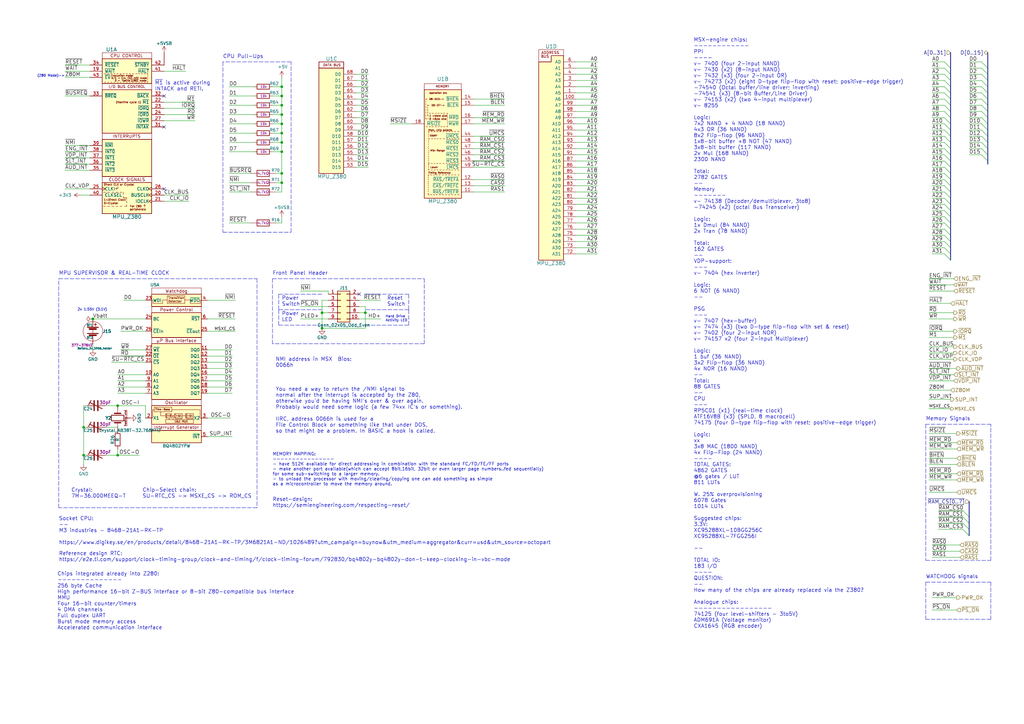
<source format=kicad_sch>
(kicad_sch (version 20211123) (generator eeschema)
  (paper "A3")
  (title_block (title "ULTRA-MSX") (date "2022-06-05") (rev "A-A"))
  (lib_symbols
    (symbol "Connector_Generic:Conn_02x05_Odd_Even" (pin_names (offset 1.016) hide)
      (property "Reference" "J" (at 1.27 7.62 0))
      (property "Value" "Conn_02x05_Odd_Even" (at 1.27 -7.62 0))
      (symbol "Conn_02x05_Odd_Even_1_1"
        (pin passive line (at -5.08 5.08 0) (length 3.81) (name "Pin_1") (number "1"))
        (pin passive line (at 7.62 -5.08 180) (length 3.81) (name "Pin_10") (number "10"))
        (pin passive line (at 7.62 5.08 180) (length 3.81) (name "Pin_2") (number "2"))
        (pin passive line (at -5.08 2.54 0) (length 3.81) (name "Pin_3") (number "3"))
        (pin passive line (at 7.62 2.54 180) (length 3.81) (name "Pin_4") (number "4"))
        (pin passive line (at -5.08 0 0) (length 3.81) (name "Pin_5") (number "5"))
        (pin passive line (at 7.62 0 180) (length 3.81) (name "Pin_6") (number "6"))
        (pin passive line (at -5.08 -2.54 0) (length 3.81) (name "Pin_7") (number "7"))
        (pin passive line (at 7.62 -2.54 180) (length 3.81) (name "Pin_8") (number "8"))
        (pin passive line (at -5.08 -5.08 0) (length 3.81) (name "Pin_9") (number "9"))
      )
    )
    (symbol "Device:R" (pin_numbers hide) (pin_names (offset 0))
      (property "Reference" "R" (at 2.032 0 90))
      (property "Value" "R" (at 0 0 90))
      (symbol "R_1_1"
        (pin passive line (at 0 3.81 270) (length 1.27) (name "~") (number "1"))
        (pin passive line (at 0 -3.81 90) (length 1.27) (name "~") (number "2"))
      )
    )
    (symbol "LRJ-parts:+5VSB" (power) (pin_names (offset 0)) (in_bom no)
      (property "Value" "+5VSB" (at 0 3.556 0))
      (symbol "+5VSB_1_1"
        (pin power_in line (at 0 0 90) (length 0) hide (name "+5VSB") (number "1"))
      )
    )
    (symbol "LRJ-parts:BQ4802YPW"
      (property "Reference" "U" (at -10.16 33.02 0))
      (property "Value" "BQ4802YPW" (at 0 -35.56 0))
      (symbol "BQ4802YPW_1_0"
        (text "16:1 MUX" (at 1.905 -24.257 0) (effects (font (size 0.75 0.75))))
        (text "64" (at 1.397 -21.971 0) (effects (font (size 0.75 0.75))))
        (text "64" (at 5.969 -21.971 0) (effects (font (size 0.75 0.75))))
        (text "8" (at -2.54 -21.971 0) (effects (font (size 0.75 0.75))))
        (text "Detector" (at -0.635 25.019 0) (effects (font (size 0.889 0.889))))
        (text "Interrupt Generator" (at 0 -26.67 0) (effects (font (size 1.27 1.27))))
        (text "Oscillator" (at 0 -16.51 0) (effects (font (size 1.27 1.27))))
        (text "Power Control" (at 0 21.59 0) (effects (font (size 1.27 1.27))))
        (text "Time-Base" (at -5.715 -19.304 0) (effects (font (size 0.75 0.75))))
        (text "Watchdog" (at 0 29.21 0) (effects (font (size 1.27 1.27))))
        (text "µP Bus Interface" (at 0 8.89 0) (effects (font (size 1.27 1.27))))
        (pin input line (at -12.7 25.4 0) (length 2.54) (name "WDI") (number "23"))
        (pin input line (at -12.7 5.08 0) (length 2.54) (name "~{WE}") (number "27"))
        (pin output line (at 12.7 25.4 180) (length 2.54) (name "~{WDO}") (number "4"))
      )
      (symbol "BQ4802YPW_1_1"
        (text "Transition" (at -0.127 26.416 0) (effects (font (size 0.889 0.889))))
        (pin input line (at -12.7 -5.08 0) (length 2.54) (name "A0") (number "10"))
        (pin bidirectional line (at 12.7 5.08 180) (length 2.54) (name "DQ0") (number "11"))
        (pin bidirectional line (at 12.7 2.54 180) (length 2.54) (name "DQ1") (number "12"))
        (pin bidirectional line (at 12.7 0 180) (length 2.54) (name "DQ2") (number "13"))
        (pin bidirectional line (at 12.7 -2.54 180) (length 2.54) (name "DQ3") (number "15"))
        (pin bidirectional line (at 12.7 -5.08 180) (length 2.54) (name "DQ4") (number "16"))
        (pin bidirectional line (at 12.7 -7.62 180) (length 2.54) (name "DQ5") (number "17"))
        (pin bidirectional line (at 12.7 -10.16 180) (length 2.54) (name "DQ6") (number "18"))
        (pin bidirectional line (at 12.7 -12.7 180) (length 2.54) (name "DQ7") (number "19"))
        (pin input line (at -12.7 -22.86 0) (length 2.54) (name "X1") (number "2"))
        (pin input line (at -12.7 0 0) (length 2.54) (name "~{CS}") (number "21"))
        (pin input line (at -12.7 2.54 0) (length 2.54) (name "~{OE}") (number "22"))
        (pin input line (at -12.7 17.78 0) (length 2.54) (name "BC") (number "24"))
        (pin output line (at 12.7 12.7 180) (length 2.54) (name "~{CE}out") (number "25"))
        (pin input line (at -12.7 12.7 0) (length 2.54) (name "~{CE}in") (number "26"))
        (pin output line (at 12.7 -22.86 180) (length 2.54) (name "X2") (number "3"))
        (pin open_collector line (at 12.7 -30.48 180) (length 2.54) (name "~{INT}") (number "5"))
        (pin output line (at 12.7 17.78 180) (length 2.54) (name "~{RST}") (number "6"))
        (pin input line (at -12.7 -12.7 0) (length 2.54) (name "A3") (number "7"))
        (pin input line (at -12.7 -10.16 0) (length 2.54) (name "A2") (number "8"))
        (pin input line (at -12.7 -7.62 0) (length 2.54) (name "A1") (number "9"))
      )
      (symbol "BQ4802YPW_2_0"
        (text "VCC" (at 0 3.683 0) (effects (font (size 1.27 1.27))))
        (text "VSS" (at 0 -3.81 0) (effects (font (size 1.27 1.27))))
        (pin passive line (at 0 -7.62 90) (length 2.54) hide (name "VSS") (number "20"))
      )
      (symbol "BQ4802YPW_2_1"
        (pin power_out line (at 7.62 0 180) (length 2.54) (name "VOUT") (number "1"))
        (pin power_in line (at 0 -7.62 90) (length 2.54) (name "VSS") (number "14"))
        (pin power_in line (at 0 7.62 270) (length 2.54) (name "VCC") (number "28"))
      )
    )
    (symbol "LRJ-parts:Battery_2x_SR66_holder" (pin_numbers hide) (pin_names (offset 0) hide)
      (property "Reference" "J" (at 3.81 6.35 0))
      (property "Value" "Battery_2x_SR66_holder" (at -10.16 -10.16 0))
      (symbol "Battery_2x_SR66_holder_1_1"
        (pin passive line (at 0 5.08 270) (length 2.54) (name "+") (number "1"))
        (pin passive line (at 0 -5.08 90) (length 2.54) (name "-") (number "2"))
      )
    )
    (symbol "LRJ-parts:Battery_377-376VZ_dummy" (pin_numbers hide) (pin_names (offset 0) hide)
      (property "Reference" "BT" (at 2.54 2.54 0))
      (property "MPN" "377-376VZ" (at 20.32 2.54 0))
      (property "Voltage" "1.55V" (at 17.78 0 0))
    )
    (symbol "LRJ-parts:CTRIM_SGC3S300NM" (pin_numbers hide) (pin_names (offset 0.254) hide)
      (property "Reference" "C" (at -1.27 1.27 90))
      (property "Capacitance" "30pF" (at 2.54 -2.54 0))
      (symbol "CTRIM_SGC3S300NM_1_1"
        (pin passive line (at 0 3.81 270) (length 3.048) (name "~") (number "1"))
        (pin passive line (at 0 -3.81 90) (length 3.048) (name "~") (number "2"))
      )
    )
    (symbol "LRJ-parts:R_RC0603FR-0710KL" (pin_numbers hide) (pin_names (offset 0))
      (property "Reference" "R" (at 0 0 90))
      (property "Value" "R_RC0603FR-0710KL" (at -12.7 0 0))
      (property "Resistance" "10k" (at 3.81 -1.27 0))
      (symbol "R_RC0603FR-0710KL_1_1"
        (pin passive line (at 0 3.81 270) (length 1.27) (name "~") (number "1"))
        (pin passive line (at 0 -3.81 90) (length 1.27) (name "~") (number "2"))
      )
    )
    (symbol "LRJ-parts:R_RC0603FR-074K7L" (pin_numbers hide) (pin_names (offset 1.016) hide)
      (property "Reference" "R" (at -5.08 1.27 0))
      (property "Resistance" "4.7kΩ" (at 0 0 0))
      (symbol "R_RC0603FR-074K7L_1_1"
        (pin passive line (at -5.08 0 0) (length 2.54) (name "1") (number "1"))
        (pin passive line (at 5.08 0 180) (length 2.54) (name "2") (number "2"))
      )
    )
    (symbol "LRJ-parts:Virtual_symbol" (pin_numbers hide) (pin_names (offset 1.016) hide) (in_bom no) (on_board no)
      (symbol "Virtual_symbol_1_1"
        (pin passive line (at 0 -2.54 90) (length 2.54) (name "1") (number "1"))
        (pin passive line (at 0 2.54 270) (length 2.54) (name "1") (number "1"))
      )
    )
    (symbol "MPU_Z380_1" (pin_names (offset 1.016))
      (property "Reference" "U" (at -10.16 50.8 0))
      (property "Value" "MPU_Z380_1" (at -5.08 -35.56 0))
      (symbol "MPU_Z380_1_1_0"
        (text "(Machine cycle 1)" (at 0.635 12.7 0) (effects (font (size 0.75 0.75))))
        (text "1=Direct Clock" (at -9.525 -27.305 0) (effects (font (size 0.7874 0.7874)) (justify left)))
        (text "CLOCK SIGNALS" (at 0 -19.05 0) (effects (font (size 1.27 1.27))))
        (text "Direct CLK " (at -9.652 -21.082 0) (effects (font (size 0.7874 0.7874)) (justify left)))
        (text "Evaluation" (at -3.683 23.622 0) (effects (font (size 0.7112 0.7112))))
        (text "or Crystal" (at 0 -21.082 0) (effects (font (size 0.7874 0.7874))))
      )
      (symbol "MPU_Z380_1_1_1"
        (text "0 = 'Native'(Z80) mode" (at 1.524 21.59 0) (effects (font (size 0.7112 0.7112))))
        (text "0=Crystal" (at -9.525 -28.702 0) (effects (font (size 0.7874 0.7874)) (justify left)))
        (text "CPU CONTROL" (at -0.127 31.75 0) (effects (font (size 1.27 1.27))))
        (text "For Z80" (at 1.143 -29.972 0) (effects (font (size 0.7874 0.7874)) (justify left)))
        (text "I/O BUS CONTROL" (at 0 19.05 0) (effects (font (size 1.0922 1.0922))))
        (text "INTERRUPTS" (at -0.127 -1.27 0) (effects (font (size 1.27 1.27))))
        (text "mode:" (at 1.016 23.622 0) (effects (font (size 0.7112 0.7112))))
        (text "N/C = Ext. (32-bit) mode" (at 0.889 22.606 0) (effects (font (size 0.7112 0.7112))))
        (text "peripherals" (at 4.445 -31.242 0) (effects (font (size 0.7874 0.7874))))
        (pin input line (at -15.24 25.4 0) (length 5.08) (name "~{WAIT}") (number "19"))
        (pin tri_state clock (at 15.24 -25.4 180) (length 5.08) (name "BUSCLK") (number "20"))
        (pin tri_state clock (at 15.24 -27.94 180) (length 5.08) (name "IOCLK") (number "21"))
        (pin tri_state line (at 15.24 12.7 180) (length 5.08) (name "~{M1}") (number "22"))
        (pin tri_state line (at 15.24 10.16 180) (length 5.08) (name "~{IORQ}") (number "23"))
        (pin tri_state line (at 15.24 7.62 180) (length 5.08) (name "~{IORD}") (number "24"))
        (pin input clock (at -15.24 -22.86 0) (length 5.08) (name "CLKI") (number "25"))
        (pin output clock (at 15.24 -22.86 180) (length 5.08) (name "CLKO") (number "26"))
        (pin tri_state line (at 15.24 5.08 180) (length 5.08) (name "~{IOWR}") (number "27"))
        (pin tri_state line (at 15.24 2.54 180) (length 5.08) (name "~{INTAK}") (number "31"))
        (pin tri_state line (at 15.24 15.24 180) (length 5.08) (name "~{BACK}") (number "32"))
        (pin input line (at -15.24 15.24 0) (length 5.08) (name "~{BREQ}") (number "33"))
        (pin input line (at -15.24 27.94 0) (length 5.08) (name "~{RESET}") (number "34"))
        (pin input line (at -15.24 -15.24 0) (length 5.08) (name "~{INT3}") (number "35"))
        (pin input line (at -15.24 -12.7 0) (length 5.08) (name "~{INT2}") (number "36"))
        (pin input line (at -15.24 -10.16 0) (length 5.08) (name "~{INT1}") (number "37"))
        (pin input line (at -15.24 -7.62 0) (length 5.08) (name "~{INT0}") (number "38"))
        (pin input line (at -15.24 -5.08 0) (length 5.08) (name "~{NMI}") (number "39"))
        (pin input line (at -15.24 -25.4 0) (length 5.08) (name "CLKSEL") (number "40"))
        (pin tri_state line (at 15.24 25.4 180) (length 5.08) (name "~{HALT}") (number "41"))
        (pin tri_state line (at 15.24 27.94 180) (length 5.08) (name "~{STNBY}") (number "42"))
        (pin input line (at -15.24 22.86 0) (length 5.08) (name "~{EV}") (number "43"))
      )
      (symbol "MPU_Z380_1_2_0"
        (text "D8-D15->" (at -2.54 15.24 0) (effects (font (size 0.7112 0.7112))))
        (text "operation on:" (at -1.905 17.78 0) (effects (font (size 0.7112 0.7112))))
      )
      (symbol "MPU_Z380_1_2_1"
        (text "0 =Byte size" (at -5.588 7.112 0) (effects (font (size 0.7112 0.7112)) (justify left)))
        (text "1 =Word size" (at -5.588 8.382 0) (effects (font (size 0.7112 0.7112)) (justify left)))
        (text "D0-D7->" (at -1.905 12.7 0) (effects (font (size 0.7112 0.7112))))
        (text "Lower" (at -3.556 -12.7 0) (effects (font (size 0.7112 0.7112))))
        (text "Mem. chip" (at -3.175 2.54 0) (effects (font (size 0.7112 0.7112))))
        (text "MEMORY" (at -0.127 20.447 0) (effects (font (size 0.889 0.889))))
        (text "Mid-Range" (at -2.159 -5.842 0) (effects (font (size 0.7112 0.7112))))
        (text "selects" (at 1.905 2.54 0) (effects (font (size 0.7112 0.7112))))
        (text "Timing Reference" (at -1.397 -14.986 0) (effects (font (size 0.7112 0.7112))))
        (text "Upper" (at -3.81 0.381 0) (effects (font (size 0.7112 0.7112))))
        (pin tri_state line (at 12.7 -22.86 180) (length 5.08) (name "~{RAS}/~{TREFR}") (number "11"))
        (pin tri_state line (at 12.7 -17.78 180) (length 5.08) (name "~{RAS}/~{TREFA}") (number "12"))
        (pin tri_state line (at 12.7 -20.32 180) (length 5.08) (name "~{CAS}/~{TREFC}") (number "13"))
        (pin tri_state line (at 12.7 15.24 180) (length 5.08) (name "~{BHEN}") (number "14"))
        (pin tri_state line (at 12.7 12.7 180) (length 5.08) (name "~{BLEN}") (number "15"))
        (pin tri_state line (at 12.7 7.62 180) (length 5.08) (name "~{MRD}") (number "16"))
        (pin tri_state line (at 12.7 5.08 180) (length 5.08) (name "~{MWR}") (number "17"))
        (pin input line (at -12.7 5.08 0) (length 5.08) (name "~{MSIZE}") (number "18"))
        (pin tri_state line (at 12.7 0 180) (length 5.08) (name "~{UMCS}") (number "44"))
        (pin tri_state line (at 12.7 -10.16 180) (length 5.08) (name "~{MCS3}") (number "45"))
        (pin tri_state line (at 12.7 -7.62 180) (length 5.08) (name "~{MCS2}") (number "46"))
        (pin tri_state line (at 12.7 -5.08 180) (length 5.08) (name "~{MCS1}") (number "47"))
        (pin tri_state line (at 12.7 -2.54 180) (length 5.08) (name "~{MCS0}") (number "48"))
        (pin tri_state line (at 12.7 -12.7 180) (length 5.08) (name "~{LMCS}") (number "49"))
      )
      (symbol "MPU_Z380_1_3_1"
        (text "DATA BUS" (at -0.254 21.59 0) (effects (font (size 0.9906 0.9906))))
        (pin tri_state line (at -10.16 -20.32 0) (length 5.08) (name "D15") (number "53"))
        (pin tri_state line (at -10.16 -17.78 0) (length 5.08) (name "D14") (number "54"))
        (pin tri_state line (at -10.16 -15.24 0) (length 5.08) (name "D13") (number "55"))
        (pin tri_state line (at -10.16 -12.7 0) (length 5.08) (name "D12") (number "56"))
        (pin tri_state line (at -10.16 -10.16 0) (length 5.08) (name "D11") (number "57"))
        (pin tri_state line (at -10.16 -7.62 0) (length 5.08) (name "D10") (number "58"))
        (pin tri_state line (at -10.16 -5.08 0) (length 5.08) (name "D9") (number "59"))
        (pin tri_state line (at -10.16 -2.54 0) (length 5.08) (name "D8") (number "60"))
        (pin tri_state line (at -10.16 0 0) (length 5.08) (name "D7") (number "61"))
        (pin tri_state line (at -10.16 2.54 0) (length 5.08) (name "D6") (number "62"))
        (pin tri_state line (at -10.16 5.08 0) (length 5.08) (name "D5") (number "63"))
        (pin tri_state line (at -10.16 7.62 0) (length 5.08) (name "D4") (number "64"))
        (pin tri_state line (at -10.16 10.16 0) (length 5.08) (name "D3") (number "65"))
        (pin tri_state line (at -10.16 12.7 0) (length 5.08) (name "D2") (number "66"))
        (pin tri_state line (at -10.16 15.24 0) (length 5.08) (name "D1") (number "67"))
        (pin tri_state line (at -10.16 17.78 0) (length 5.08) (name "D0") (number "68"))
      )
      (symbol "MPU_Z380_1_4_0"
        (text "ADDRESS" (at -0.381 39.37 0) (effects (font (size 1.0922 1.0922))))
        (text "BUS" (at -2.54 37.846 0) (effects (font (size 1.0922 1.0922))))
      )
      (symbol "MPU_Z380_1_4_1"
        (pin tri_state line (at 10.16 22.86 180) (length 5.08) (name "A5") (number "1"))
        (pin tri_state line (at 10.16 20.32 180) (length 5.08) (name "A6") (number "100"))
        (pin tri_state line (at 10.16 25.4 180) (length 5.08) (name "A4") (number "2"))
        (pin tri_state line (at 10.16 27.94 180) (length 5.08) (name "A3") (number "3"))
        (pin tri_state line (at 10.16 30.48 180) (length 5.08) (name "A2") (number "4"))
        (pin tri_state line (at 10.16 33.02 180) (length 5.08) (name "A1") (number "5"))
        (pin tri_state line (at 10.16 35.56 180) (length 5.08) (name "A0") (number "6"))
        (pin tri_state line (at 10.16 -43.18 180) (length 5.08) (name "A31") (number "72"))
        (pin tri_state line (at 10.16 -40.64 180) (length 5.08) (name "A30") (number "73"))
        (pin tri_state line (at 10.16 -38.1 180) (length 5.08) (name "A29") (number "74"))
        (pin tri_state line (at 10.16 -35.56 180) (length 5.08) (name "A28") (number "75"))
        (pin tri_state line (at 10.16 -33.02 180) (length 5.08) (name "A27") (number "76"))
        (pin tri_state line (at 10.16 -30.48 180) (length 5.08) (name "A26") (number "77"))
        (pin tri_state line (at 10.16 -27.94 180) (length 5.08) (name "A25") (number "78"))
        (pin tri_state line (at 10.16 -25.4 180) (length 5.08) (name "A24") (number "79"))
        (pin tri_state line (at 10.16 -22.86 180) (length 5.08) (name "A23") (number "80"))
        (pin tri_state line (at 10.16 -20.32 180) (length 5.08) (name "A22") (number "81"))
        (pin tri_state line (at 10.16 -17.78 180) (length 5.08) (name "A21") (number "82"))
        (pin tri_state line (at 10.16 -15.24 180) (length 5.08) (name "A20") (number "83"))
        (pin tri_state line (at 10.16 -12.7 180) (length 5.08) (name "A19") (number "84"))
        (pin tri_state line (at 10.16 -10.16 180) (length 5.08) (name "A18") (number "85"))
        (pin tri_state line (at 10.16 -7.62 180) (length 5.08) (name "A17") (number "86"))
        (pin tri_state line (at 10.16 -5.08 180) (length 5.08) (name "A16") (number "87"))
        (pin tri_state line (at 10.16 -2.54 180) (length 5.08) (name "A15") (number "91"))
        (pin tri_state line (at 10.16 0 180) (length 5.08) (name "A14") (number "92"))
        (pin tri_state line (at 10.16 2.54 180) (length 5.08) (name "A13") (number "93"))
        (pin tri_state line (at 10.16 5.08 180) (length 5.08) (name "A12") (number "94"))
        (pin tri_state line (at 10.16 7.62 180) (length 5.08) (name "A11") (number "95"))
        (pin tri_state line (at 10.16 10.16 180) (length 5.08) (name "A10") (number "96"))
        (pin tri_state line (at 10.16 12.7 180) (length 5.08) (name "A9") (number "97"))
        (pin tri_state line (at 10.16 15.24 180) (length 5.08) (name "A8") (number "98"))
        (pin tri_state line (at 10.16 17.78 180) (length 5.08) (name "A7") (number "99"))
      )
      (symbol "MPU_Z380_1_5_1"
        (text "VDD" (at 0 3.175 0) (effects (font (size 1.524 1.524))))
        (text "VSS" (at 0 -3.175 0) (effects (font (size 1.524 1.524))))
        (pin passive line (at 0 10.16 270) (length 5.08) hide (name "VDD") (number "10"))
        (pin passive line (at 0 -10.16 90) (length 5.08) hide (name "VSS") (number "28"))
        (pin passive line (at 0 10.16 270) (length 5.08) hide (name "VDD") (number "29"))
        (pin passive line (at 0 -10.16 90) (length 5.08) hide (name "VSS") (number "30"))
        (pin passive line (at 0 10.16 270) (length 5.08) hide (name "VDD") (number "50"))
        (pin passive line (at 0 -10.16 90) (length 5.08) hide (name "VSS") (number "51"))
        (pin passive line (at 0 10.16 270) (length 5.08) hide (name "VDD") (number "52"))
        (pin passive line (at 0 -10.16 90) (length 5.08) hide (name "VSS") (number "69"))
        (pin power_in line (at 0 -10.16 90) (length 5.08) (name "VSS") (number "7"))
        (pin passive line (at 0 10.16 270) (length 5.08) hide (name "VDD") (number "70"))
        (pin passive line (at 0 -10.16 90) (length 5.08) hide (name "VSS") (number "71"))
        (pin power_in line (at 0 10.16 270) (length 5.08) (name "VDD") (number "8"))
        (pin passive line (at 0 10.16 270) (length 5.08) hide (name "VDD") (number "88"))
        (pin passive line (at 0 -10.16 90) (length 5.08) hide (name "VSS") (number "89"))
        (pin passive line (at 0 -10.16 90) (length 5.08) hide (name "VSS") (number "9"))
        (pin passive line (at 0 10.16 270) (length 5.08) hide (name "VDD") (number "90"))
      )
    )
    (symbol "MPU_Z380_2" (pin_names (offset 1.016))
      (property "Reference" "U" (at -10.16 50.8 0))
      (property "Value" "MPU_Z380_2" (at -5.08 -35.56 0))
      (symbol "MPU_Z380_2_1_0"
        (text "(Machine cycle 1)" (at 0.635 12.7 0) (effects (font (size 0.75 0.75))))
        (text "1=Direct Clock" (at -9.525 -27.305 0) (effects (font (size 0.7874 0.7874)) (justify left)))
        (text "CLOCK SIGNALS" (at 0 -19.05 0) (effects (font (size 1.27 1.27))))
        (text "Direct CLK " (at -9.652 -21.082 0) (effects (font (size 0.7874 0.7874)) (justify left)))
        (text "Evaluation" (at -3.683 23.622 0) (effects (font (size 0.7112 0.7112))))
        (text "or Crystal" (at 0 -21.082 0) (effects (font (size 0.7874 0.7874))))
      )
      (symbol "MPU_Z380_2_1_1"
        (text "0 = 'Native'(Z80) mode" (at 1.524 21.59 0) (effects (font (size 0.7112 0.7112))))
        (text "0=Crystal" (at -9.525 -28.702 0) (effects (font (size 0.7874 0.7874)) (justify left)))
        (text "CPU CONTROL" (at -0.127 31.75 0) (effects (font (size 1.27 1.27))))
        (text "For Z80" (at 1.143 -29.972 0) (effects (font (size 0.7874 0.7874)) (justify left)))
        (text "I/O BUS CONTROL" (at 0 19.05 0) (effects (font (size 1.0922 1.0922))))
        (text "INTERRUPTS" (at -0.127 -1.27 0) (effects (font (size 1.27 1.27))))
        (text "mode:" (at 1.016 23.622 0) (effects (font (size 0.7112 0.7112))))
        (text "N/C = Ext. (32-bit) mode" (at 0.889 22.606 0) (effects (font (size 0.7112 0.7112))))
        (text "peripherals" (at 4.445 -31.242 0) (effects (font (size 0.7874 0.7874))))
        (pin input line (at -15.24 25.4 0) (length 5.08) (name "~{WAIT}") (number "19"))
        (pin tri_state clock (at 15.24 -25.4 180) (length 5.08) (name "BUSCLK") (number "20"))
        (pin tri_state clock (at 15.24 -27.94 180) (length 5.08) (name "IOCLK") (number "21"))
        (pin tri_state line (at 15.24 12.7 180) (length 5.08) (name "~{M1}") (number "22"))
        (pin tri_state line (at 15.24 10.16 180) (length 5.08) (name "~{IORQ}") (number "23"))
        (pin tri_state line (at 15.24 7.62 180) (length 5.08) (name "~{IORD}") (number "24"))
        (pin input clock (at -15.24 -22.86 0) (length 5.08) (name "CLKI") (number "25"))
        (pin output clock (at 15.24 -22.86 180) (length 5.08) (name "CLKO") (number "26"))
        (pin tri_state line (at 15.24 5.08 180) (length 5.08) (name "~{IOWR}") (number "27"))
        (pin tri_state line (at 15.24 2.54 180) (length 5.08) (name "~{INTAK}") (number "31"))
        (pin tri_state line (at 15.24 15.24 180) (length 5.08) (name "~{BACK}") (number "32"))
        (pin input line (at -15.24 15.24 0) (length 5.08) (name "~{BREQ}") (number "33"))
        (pin input line (at -15.24 27.94 0) (length 5.08) (name "~{RESET}") (number "34"))
        (pin input line (at -15.24 -15.24 0) (length 5.08) (name "~{INT3}") (number "35"))
        (pin input line (at -15.24 -12.7 0) (length 5.08) (name "~{INT2}") (number "36"))
        (pin input line (at -15.24 -10.16 0) (length 5.08) (name "~{INT1}") (number "37"))
        (pin input line (at -15.24 -7.62 0) (length 5.08) (name "~{INT0}") (number "38"))
        (pin input line (at -15.24 -5.08 0) (length 5.08) (name "~{NMI}") (number "39"))
        (pin input line (at -15.24 -25.4 0) (length 5.08) (name "CLKSEL") (number "40"))
        (pin tri_state line (at 15.24 25.4 180) (length 5.08) (name "~{HALT}") (number "41"))
        (pin tri_state line (at 15.24 27.94 180) (length 5.08) (name "~{STNBY}") (number "42"))
        (pin input line (at -15.24 22.86 0) (length 5.08) (name "~{EV}") (number "43"))
      )
      (symbol "MPU_Z380_2_2_0"
        (text "D8-D15->" (at -2.54 15.24 0) (effects (font (size 0.7112 0.7112))))
        (text "operation on:" (at -1.905 17.78 0) (effects (font (size 0.7112 0.7112))))
      )
      (symbol "MPU_Z380_2_2_1"
        (text "0 =Byte size" (at -5.588 7.112 0) (effects (font (size 0.7112 0.7112)) (justify left)))
        (text "1 =Word size" (at -5.588 8.382 0) (effects (font (size 0.7112 0.7112)) (justify left)))
        (text "D0-D7->" (at -1.905 12.7 0) (effects (font (size 0.7112 0.7112))))
        (text "Lower" (at -3.556 -12.7 0) (effects (font (size 0.7112 0.7112))))
        (text "Mem. chip" (at -3.175 2.54 0) (effects (font (size 0.7112 0.7112))))
        (text "MEMORY" (at -0.127 20.447 0) (effects (font (size 0.889 0.889))))
        (text "Mid-Range" (at -2.159 -5.842 0) (effects (font (size 0.7112 0.7112))))
        (text "selects" (at 1.905 2.54 0) (effects (font (size 0.7112 0.7112))))
        (text "Timing Reference" (at -1.397 -14.986 0) (effects (font (size 0.7112 0.7112))))
        (text "Upper" (at -3.81 0.381 0) (effects (font (size 0.7112 0.7112))))
        (pin tri_state line (at 12.7 -22.86 180) (length 5.08) (name "~{RAS}/~{TREFR}") (number "11"))
        (pin tri_state line (at 12.7 -17.78 180) (length 5.08) (name "~{RAS}/~{TREFA}") (number "12"))
        (pin tri_state line (at 12.7 -20.32 180) (length 5.08) (name "~{CAS}/~{TREFC}") (number "13"))
        (pin tri_state line (at 12.7 15.24 180) (length 5.08) (name "~{BHEN}") (number "14"))
        (pin tri_state line (at 12.7 12.7 180) (length 5.08) (name "~{BLEN}") (number "15"))
        (pin tri_state line (at 12.7 7.62 180) (length 5.08) (name "~{MRD}") (number "16"))
        (pin tri_state line (at 12.7 5.08 180) (length 5.08) (name "~{MWR}") (number "17"))
        (pin input line (at -12.7 5.08 0) (length 5.08) (name "~{MSIZE}") (number "18"))
        (pin tri_state line (at 12.7 0 180) (length 5.08) (name "~{UMCS}") (number "44"))
        (pin tri_state line (at 12.7 -10.16 180) (length 5.08) (name "~{MCS3}") (number "45"))
        (pin tri_state line (at 12.7 -7.62 180) (length 5.08) (name "~{MCS2}") (number "46"))
        (pin tri_state line (at 12.7 -5.08 180) (length 5.08) (name "~{MCS1}") (number "47"))
        (pin tri_state line (at 12.7 -2.54 180) (length 5.08) (name "~{MCS0}") (number "48"))
        (pin tri_state line (at 12.7 -12.7 180) (length 5.08) (name "~{LMCS}") (number "49"))
      )
      (symbol "MPU_Z380_2_3_1"
        (text "DATA BUS" (at -0.254 21.59 0) (effects (font (size 0.9906 0.9906))))
        (pin tri_state line (at -10.16 -20.32 0) (length 5.08) (name "D15") (number "53"))
        (pin tri_state line (at -10.16 -17.78 0) (length 5.08) (name "D14") (number "54"))
        (pin tri_state line (at -10.16 -15.24 0) (length 5.08) (name "D13") (number "55"))
        (pin tri_state line (at -10.16 -12.7 0) (length 5.08) (name "D12") (number "56"))
        (pin tri_state line (at -10.16 -10.16 0) (length 5.08) (name "D11") (number "57"))
        (pin tri_state line (at -10.16 -7.62 0) (length 5.08) (name "D10") (number "58"))
        (pin tri_state line (at -10.16 -5.08 0) (length 5.08) (name "D9") (number "59"))
        (pin tri_state line (at -10.16 -2.54 0) (length 5.08) (name "D8") (number "60"))
        (pin tri_state line (at -10.16 0 0) (length 5.08) (name "D7") (number "61"))
        (pin tri_state line (at -10.16 2.54 0) (length 5.08) (name "D6") (number "62"))
        (pin tri_state line (at -10.16 5.08 0) (length 5.08) (name "D5") (number "63"))
        (pin tri_state line (at -10.16 7.62 0) (length 5.08) (name "D4") (number "64"))
        (pin tri_state line (at -10.16 10.16 0) (length 5.08) (name "D3") (number "65"))
        (pin tri_state line (at -10.16 12.7 0) (length 5.08) (name "D2") (number "66"))
        (pin tri_state line (at -10.16 15.24 0) (length 5.08) (name "D1") (number "67"))
        (pin tri_state line (at -10.16 17.78 0) (length 5.08) (name "D0") (number "68"))
      )
      (symbol "MPU_Z380_2_4_0"
        (text "ADDRESS" (at -0.381 39.37 0) (effects (font (size 1.0922 1.0922))))
        (text "BUS" (at -2.54 37.846 0) (effects (font (size 1.0922 1.0922))))
      )
      (symbol "MPU_Z380_2_4_1"
        (pin tri_state line (at 10.16 22.86 180) (length 5.08) (name "A5") (number "1"))
        (pin tri_state line (at 10.16 20.32 180) (length 5.08) (name "A6") (number "100"))
        (pin tri_state line (at 10.16 25.4 180) (length 5.08) (name "A4") (number "2"))
        (pin tri_state line (at 10.16 27.94 180) (length 5.08) (name "A3") (number "3"))
        (pin tri_state line (at 10.16 30.48 180) (length 5.08) (name "A2") (number "4"))
        (pin tri_state line (at 10.16 33.02 180) (length 5.08) (name "A1") (number "5"))
        (pin tri_state line (at 10.16 35.56 180) (length 5.08) (name "A0") (number "6"))
        (pin tri_state line (at 10.16 -43.18 180) (length 5.08) (name "A31") (number "72"))
        (pin tri_state line (at 10.16 -40.64 180) (length 5.08) (name "A30") (number "73"))
        (pin tri_state line (at 10.16 -38.1 180) (length 5.08) (name "A29") (number "74"))
        (pin tri_state line (at 10.16 -35.56 180) (length 5.08) (name "A28") (number "75"))
        (pin tri_state line (at 10.16 -33.02 180) (length 5.08) (name "A27") (number "76"))
        (pin tri_state line (at 10.16 -30.48 180) (length 5.08) (name "A26") (number "77"))
        (pin tri_state line (at 10.16 -27.94 180) (length 5.08) (name "A25") (number "78"))
        (pin tri_state line (at 10.16 -25.4 180) (length 5.08) (name "A24") (number "79"))
        (pin tri_state line (at 10.16 -22.86 180) (length 5.08) (name "A23") (number "80"))
        (pin tri_state line (at 10.16 -20.32 180) (length 5.08) (name "A22") (number "81"))
        (pin tri_state line (at 10.16 -17.78 180) (length 5.08) (name "A21") (number "82"))
        (pin tri_state line (at 10.16 -15.24 180) (length 5.08) (name "A20") (number "83"))
        (pin tri_state line (at 10.16 -12.7 180) (length 5.08) (name "A19") (number "84"))
        (pin tri_state line (at 10.16 -10.16 180) (length 5.08) (name "A18") (number "85"))
        (pin tri_state line (at 10.16 -7.62 180) (length 5.08) (name "A17") (number "86"))
        (pin tri_state line (at 10.16 -5.08 180) (length 5.08) (name "A16") (number "87"))
        (pin tri_state line (at 10.16 -2.54 180) (length 5.08) (name "A15") (number "91"))
        (pin tri_state line (at 10.16 0 180) (length 5.08) (name "A14") (number "92"))
        (pin tri_state line (at 10.16 2.54 180) (length 5.08) (name "A13") (number "93"))
        (pin tri_state line (at 10.16 5.08 180) (length 5.08) (name "A12") (number "94"))
        (pin tri_state line (at 10.16 7.62 180) (length 5.08) (name "A11") (number "95"))
        (pin tri_state line (at 10.16 10.16 180) (length 5.08) (name "A10") (number "96"))
        (pin tri_state line (at 10.16 12.7 180) (length 5.08) (name "A9") (number "97"))
        (pin tri_state line (at 10.16 15.24 180) (length 5.08) (name "A8") (number "98"))
        (pin tri_state line (at 10.16 17.78 180) (length 5.08) (name "A7") (number "99"))
      )
      (symbol "MPU_Z380_2_5_1"
        (text "VDD" (at 0 3.175 0) (effects (font (size 1.524 1.524))))
        (text "VSS" (at 0 -3.175 0) (effects (font (size 1.524 1.524))))
        (pin passive line (at 0 10.16 270) (length 5.08) hide (name "VDD") (number "10"))
        (pin passive line (at 0 -10.16 90) (length 5.08) hide (name "VSS") (number "28"))
        (pin passive line (at 0 10.16 270) (length 5.08) hide (name "VDD") (number "29"))
        (pin passive line (at 0 -10.16 90) (length 5.08) hide (name "VSS") (number "30"))
        (pin passive line (at 0 10.16 270) (length 5.08) hide (name "VDD") (number "50"))
        (pin passive line (at 0 -10.16 90) (length 5.08) hide (name "VSS") (number "51"))
        (pin passive line (at 0 10.16 270) (length 5.08) hide (name "VDD") (number "52"))
        (pin passive line (at 0 -10.16 90) (length 5.08) hide (name "VSS") (number "69"))
        (pin power_in line (at 0 -10.16 90) (length 5.08) (name "VSS") (number "7"))
        (pin passive line (at 0 10.16 270) (length 5.08) hide (name "VDD") (number "70"))
        (pin passive line (at 0 -10.16 90) (length 5.08) hide (name "VSS") (number "71"))
        (pin power_in line (at 0 10.16 270) (length 5.08) (name "VDD") (number "8"))
        (pin passive line (at 0 10.16 270) (length 5.08) hide (name "VDD") (number "88"))
        (pin passive line (at 0 -10.16 90) (length 5.08) hide (name "VSS") (number "89"))
        (pin passive line (at 0 -10.16 90) (length 5.08) hide (name "VSS") (number "9"))
        (pin passive line (at 0 10.16 270) (length 5.08) hide (name "VDD") (number "90"))
      )
    )
    (symbol "MPU_Z380_3" (pin_names (offset 1.016))
      (property "Reference" "U" (at -10.16 50.8 0))
      (property "Value" "MPU_Z380_3" (at -5.08 -35.56 0))
      (symbol "MPU_Z380_3_1_0"
        (text "(Machine cycle 1)" (at 0.635 12.7 0) (effects (font (size 0.75 0.75))))
        (text "1=Direct Clock" (at -9.525 -27.305 0) (effects (font (size 0.7874 0.7874)) (justify left)))
        (text "CLOCK SIGNALS" (at 0 -19.05 0) (effects (font (size 1.27 1.27))))
        (text "Direct CLK " (at -9.652 -21.082 0) (effects (font (size 0.7874 0.7874)) (justify left)))
        (text "Evaluation" (at -3.683 23.622 0) (effects (font (size 0.7112 0.7112))))
        (text "or Crystal" (at 0 -21.082 0) (effects (font (size 0.7874 0.7874))))
      )
      (symbol "MPU_Z380_3_1_1"
        (text "0 = 'Native'(Z80) mode" (at 1.524 21.59 0) (effects (font (size 0.7112 0.7112))))
        (text "0=Crystal" (at -9.525 -28.702 0) (effects (font (size 0.7874 0.7874)) (justify left)))
        (text "CPU CONTROL" (at -0.127 31.75 0) (effects (font (size 1.27 1.27))))
        (text "For Z80" (at 1.143 -29.972 0) (effects (font (size 0.7874 0.7874)) (justify left)))
        (text "I/O BUS CONTROL" (at 0 19.05 0) (effects (font (size 1.0922 1.0922))))
        (text "INTERRUPTS" (at -0.127 -1.27 0) (effects (font (size 1.27 1.27))))
        (text "mode:" (at 1.016 23.622 0) (effects (font (size 0.7112 0.7112))))
        (text "N/C = Ext. (32-bit) mode" (at 0.889 22.606 0) (effects (font (size 0.7112 0.7112))))
        (text "peripherals" (at 4.445 -31.242 0) (effects (font (size 0.7874 0.7874))))
        (pin input line (at -15.24 25.4 0) (length 5.08) (name "~{WAIT}") (number "19"))
        (pin tri_state clock (at 15.24 -25.4 180) (length 5.08) (name "BUSCLK") (number "20"))
        (pin tri_state clock (at 15.24 -27.94 180) (length 5.08) (name "IOCLK") (number "21"))
        (pin tri_state line (at 15.24 12.7 180) (length 5.08) (name "~{M1}") (number "22"))
        (pin tri_state line (at 15.24 10.16 180) (length 5.08) (name "~{IORQ}") (number "23"))
        (pin tri_state line (at 15.24 7.62 180) (length 5.08) (name "~{IORD}") (number "24"))
        (pin input clock (at -15.24 -22.86 0) (length 5.08) (name "CLKI") (number "25"))
        (pin output clock (at 15.24 -22.86 180) (length 5.08) (name "CLKO") (number "26"))
        (pin tri_state line (at 15.24 5.08 180) (length 5.08) (name "~{IOWR}") (number "27"))
        (pin tri_state line (at 15.24 2.54 180) (length 5.08) (name "~{INTAK}") (number "31"))
        (pin tri_state line (at 15.24 15.24 180) (length 5.08) (name "~{BACK}") (number "32"))
        (pin input line (at -15.24 15.24 0) (length 5.08) (name "~{BREQ}") (number "33"))
        (pin input line (at -15.24 27.94 0) (length 5.08) (name "~{RESET}") (number "34"))
        (pin input line (at -15.24 -15.24 0) (length 5.08) (name "~{INT3}") (number "35"))
        (pin input line (at -15.24 -12.7 0) (length 5.08) (name "~{INT2}") (number "36"))
        (pin input line (at -15.24 -10.16 0) (length 5.08) (name "~{INT1}") (number "37"))
        (pin input line (at -15.24 -7.62 0) (length 5.08) (name "~{INT0}") (number "38"))
        (pin input line (at -15.24 -5.08 0) (length 5.08) (name "~{NMI}") (number "39"))
        (pin input line (at -15.24 -25.4 0) (length 5.08) (name "CLKSEL") (number "40"))
        (pin tri_state line (at 15.24 25.4 180) (length 5.08) (name "~{HALT}") (number "41"))
        (pin tri_state line (at 15.24 27.94 180) (length 5.08) (name "~{STNBY}") (number "42"))
        (pin input line (at -15.24 22.86 0) (length 5.08) (name "~{EV}") (number "43"))
      )
      (symbol "MPU_Z380_3_2_0"
        (text "D8-D15->" (at -2.54 15.24 0) (effects (font (size 0.7112 0.7112))))
        (text "operation on:" (at -1.905 17.78 0) (effects (font (size 0.7112 0.7112))))
      )
      (symbol "MPU_Z380_3_2_1"
        (text "0 =Byte size" (at -5.588 7.112 0) (effects (font (size 0.7112 0.7112)) (justify left)))
        (text "1 =Word size" (at -5.588 8.382 0) (effects (font (size 0.7112 0.7112)) (justify left)))
        (text "D0-D7->" (at -1.905 12.7 0) (effects (font (size 0.7112 0.7112))))
        (text "Lower" (at -3.556 -12.7 0) (effects (font (size 0.7112 0.7112))))
        (text "Mem. chip" (at -3.175 2.54 0) (effects (font (size 0.7112 0.7112))))
        (text "MEMORY" (at -0.127 20.447 0) (effects (font (size 0.889 0.889))))
        (text "Mid-Range" (at -2.159 -5.842 0) (effects (font (size 0.7112 0.7112))))
        (text "selects" (at 1.905 2.54 0) (effects (font (size 0.7112 0.7112))))
        (text "Timing Reference" (at -1.397 -14.986 0) (effects (font (size 0.7112 0.7112))))
        (text "Upper" (at -3.81 0.381 0) (effects (font (size 0.7112 0.7112))))
        (pin tri_state line (at 12.7 -22.86 180) (length 5.08) (name "~{RAS}/~{TREFR}") (number "11"))
        (pin tri_state line (at 12.7 -17.78 180) (length 5.08) (name "~{RAS}/~{TREFA}") (number "12"))
        (pin tri_state line (at 12.7 -20.32 180) (length 5.08) (name "~{CAS}/~{TREFC}") (number "13"))
        (pin tri_state line (at 12.7 15.24 180) (length 5.08) (name "~{BHEN}") (number "14"))
        (pin tri_state line (at 12.7 12.7 180) (length 5.08) (name "~{BLEN}") (number "15"))
        (pin tri_state line (at 12.7 7.62 180) (length 5.08) (name "~{MRD}") (number "16"))
        (pin tri_state line (at 12.7 5.08 180) (length 5.08) (name "~{MWR}") (number "17"))
        (pin input line (at -12.7 5.08 0) (length 5.08) (name "~{MSIZE}") (number "18"))
        (pin tri_state line (at 12.7 0 180) (length 5.08) (name "~{UMCS}") (number "44"))
        (pin tri_state line (at 12.7 -10.16 180) (length 5.08) (name "~{MCS3}") (number "45"))
        (pin tri_state line (at 12.7 -7.62 180) (length 5.08) (name "~{MCS2}") (number "46"))
        (pin tri_state line (at 12.7 -5.08 180) (length 5.08) (name "~{MCS1}") (number "47"))
        (pin tri_state line (at 12.7 -2.54 180) (length 5.08) (name "~{MCS0}") (number "48"))
        (pin tri_state line (at 12.7 -12.7 180) (length 5.08) (name "~{LMCS}") (number "49"))
      )
      (symbol "MPU_Z380_3_3_1"
        (text "DATA BUS" (at -0.254 21.59 0) (effects (font (size 0.9906 0.9906))))
        (pin tri_state line (at -10.16 -20.32 0) (length 5.08) (name "D15") (number "53"))
        (pin tri_state line (at -10.16 -17.78 0) (length 5.08) (name "D14") (number "54"))
        (pin tri_state line (at -10.16 -15.24 0) (length 5.08) (name "D13") (number "55"))
        (pin tri_state line (at -10.16 -12.7 0) (length 5.08) (name "D12") (number "56"))
        (pin tri_state line (at -10.16 -10.16 0) (length 5.08) (name "D11") (number "57"))
        (pin tri_state line (at -10.16 -7.62 0) (length 5.08) (name "D10") (number "58"))
        (pin tri_state line (at -10.16 -5.08 0) (length 5.08) (name "D9") (number "59"))
        (pin tri_state line (at -10.16 -2.54 0) (length 5.08) (name "D8") (number "60"))
        (pin tri_state line (at -10.16 0 0) (length 5.08) (name "D7") (number "61"))
        (pin tri_state line (at -10.16 2.54 0) (length 5.08) (name "D6") (number "62"))
        (pin tri_state line (at -10.16 5.08 0) (length 5.08) (name "D5") (number "63"))
        (pin tri_state line (at -10.16 7.62 0) (length 5.08) (name "D4") (number "64"))
        (pin tri_state line (at -10.16 10.16 0) (length 5.08) (name "D3") (number "65"))
        (pin tri_state line (at -10.16 12.7 0) (length 5.08) (name "D2") (number "66"))
        (pin tri_state line (at -10.16 15.24 0) (length 5.08) (name "D1") (number "67"))
        (pin tri_state line (at -10.16 17.78 0) (length 5.08) (name "D0") (number "68"))
      )
      (symbol "MPU_Z380_3_4_0"
        (text "ADDRESS" (at -0.381 39.37 0) (effects (font (size 1.0922 1.0922))))
        (text "BUS" (at -2.54 37.846 0) (effects (font (size 1.0922 1.0922))))
      )
      (symbol "MPU_Z380_3_4_1"
        (pin tri_state line (at 10.16 22.86 180) (length 5.08) (name "A5") (number "1"))
        (pin tri_state line (at 10.16 20.32 180) (length 5.08) (name "A6") (number "100"))
        (pin tri_state line (at 10.16 25.4 180) (length 5.08) (name "A4") (number "2"))
        (pin tri_state line (at 10.16 27.94 180) (length 5.08) (name "A3") (number "3"))
        (pin tri_state line (at 10.16 30.48 180) (length 5.08) (name "A2") (number "4"))
        (pin tri_state line (at 10.16 33.02 180) (length 5.08) (name "A1") (number "5"))
        (pin tri_state line (at 10.16 35.56 180) (length 5.08) (name "A0") (number "6"))
        (pin tri_state line (at 10.16 -43.18 180) (length 5.08) (name "A31") (number "72"))
        (pin tri_state line (at 10.16 -40.64 180) (length 5.08) (name "A30") (number "73"))
        (pin tri_state line (at 10.16 -38.1 180) (length 5.08) (name "A29") (number "74"))
        (pin tri_state line (at 10.16 -35.56 180) (length 5.08) (name "A28") (number "75"))
        (pin tri_state line (at 10.16 -33.02 180) (length 5.08) (name "A27") (number "76"))
        (pin tri_state line (at 10.16 -30.48 180) (length 5.08) (name "A26") (number "77"))
        (pin tri_state line (at 10.16 -27.94 180) (length 5.08) (name "A25") (number "78"))
        (pin tri_state line (at 10.16 -25.4 180) (length 5.08) (name "A24") (number "79"))
        (pin tri_state line (at 10.16 -22.86 180) (length 5.08) (name "A23") (number "80"))
        (pin tri_state line (at 10.16 -20.32 180) (length 5.08) (name "A22") (number "81"))
        (pin tri_state line (at 10.16 -17.78 180) (length 5.08) (name "A21") (number "82"))
        (pin tri_state line (at 10.16 -15.24 180) (length 5.08) (name "A20") (number "83"))
        (pin tri_state line (at 10.16 -12.7 180) (length 5.08) (name "A19") (number "84"))
        (pin tri_state line (at 10.16 -10.16 180) (length 5.08) (name "A18") (number "85"))
        (pin tri_state line (at 10.16 -7.62 180) (length 5.08) (name "A17") (number "86"))
        (pin tri_state line (at 10.16 -5.08 180) (length 5.08) (name "A16") (number "87"))
        (pin tri_state line (at 10.16 -2.54 180) (length 5.08) (name "A15") (number "91"))
        (pin tri_state line (at 10.16 0 180) (length 5.08) (name "A14") (number "92"))
        (pin tri_state line (at 10.16 2.54 180) (length 5.08) (name "A13") (number "93"))
        (pin tri_state line (at 10.16 5.08 180) (length 5.08) (name "A12") (number "94"))
        (pin tri_state line (at 10.16 7.62 180) (length 5.08) (name "A11") (number "95"))
        (pin tri_state line (at 10.16 10.16 180) (length 5.08) (name "A10") (number "96"))
        (pin tri_state line (at 10.16 12.7 180) (length 5.08) (name "A9") (number "97"))
        (pin tri_state line (at 10.16 15.24 180) (length 5.08) (name "A8") (number "98"))
        (pin tri_state line (at 10.16 17.78 180) (length 5.08) (name "A7") (number "99"))
      )
      (symbol "MPU_Z380_3_5_1"
        (text "VDD" (at 0 3.175 0) (effects (font (size 1.524 1.524))))
        (text "VSS" (at 0 -3.175 0) (effects (font (size 1.524 1.524))))
        (pin passive line (at 0 10.16 270) (length 5.08) hide (name "VDD") (number "10"))
        (pin passive line (at 0 -10.16 90) (length 5.08) hide (name "VSS") (number "28"))
        (pin passive line (at 0 10.16 270) (length 5.08) hide (name "VDD") (number "29"))
        (pin passive line (at 0 -10.16 90) (length 5.08) hide (name "VSS") (number "30"))
        (pin passive line (at 0 10.16 270) (length 5.08) hide (name "VDD") (number "50"))
        (pin passive line (at 0 -10.16 90) (length 5.08) hide (name "VSS") (number "51"))
        (pin passive line (at 0 10.16 270) (length 5.08) hide (name "VDD") (number "52"))
        (pin passive line (at 0 -10.16 90) (length 5.08) hide (name "VSS") (number "69"))
        (pin power_in line (at 0 -10.16 90) (length 5.08) (name "VSS") (number "7"))
        (pin passive line (at 0 10.16 270) (length 5.08) hide (name "VDD") (number "70"))
        (pin passive line (at 0 -10.16 90) (length 5.08) hide (name "VSS") (number "71"))
        (pin power_in line (at 0 10.16 270) (length 5.08) (name "VDD") (number "8"))
        (pin passive line (at 0 10.16 270) (length 5.08) hide (name "VDD") (number "88"))
        (pin passive line (at 0 -10.16 90) (length 5.08) hide (name "VSS") (number "89"))
        (pin passive line (at 0 -10.16 90) (length 5.08) hide (name "VSS") (number "9"))
        (pin passive line (at 0 10.16 270) (length 5.08) hide (name "VDD") (number "90"))
      )
    )
    (symbol "Ultra-MSX:Crystal_AB38T-32.768KHZ" (pin_numbers hide) (pin_names (offset 1.016) hide)
      (property "Reference" "Y3" (at -2.54 2.54 90))
      (property "Value" "Crystal_AB38T-32.768KHZ" (at 7.62 -5.08 90))
      (symbol "Crystal_AB38T-32.768KHZ_1_0"
        (text "holding-wire" (at 0 -3.175 0) (effects (font (size 0.625 0.625))))
      )
      (symbol "Crystal_AB38T-32.768KHZ_1_1"
        (pin passive line (at -5.08 0 0) (length 1.27) (name "1") (number "1"))
        (pin passive line (at 5.08 0 180) (length 1.27) (name "2") (number "2"))
        (pin passive line (at 0 -5.08 90) (length 1.27) (name "3") (number "3"))
        (pin passive line (at 0 -5.08 90) (length 1.27) hide (name "4") (number "4"))
      )
    )
    (symbol "Ultra-MSX:MPU_Z380" (pin_names (offset 1.016))
      (property "Reference" "U" (at -10.16 50.8 0))
      (property "Value" "MPU_Z380" (at -5.08 -35.56 0))
      (symbol "MPU_Z380_1_0"
        (text "(Machine cycle 1)" (at 0.635 12.7 0) (effects (font (size 0.75 0.75))))
        (text "1=Direct Clock" (at -9.525 -27.305 0) (effects (font (size 0.7874 0.7874)) (justify left)))
        (text "CLOCK SIGNALS" (at 0 -19.05 0) (effects (font (size 1.27 1.27))))
        (text "Direct CLK " (at -9.652 -21.082 0) (effects (font (size 0.7874 0.7874)) (justify left)))
        (text "Evaluation" (at -3.683 23.622 0) (effects (font (size 0.7112 0.7112))))
        (text "or Crystal" (at 0 -21.082 0) (effects (font (size 0.7874 0.7874))))
      )
      (symbol "MPU_Z380_1_1"
        (text "0 = 'Native'(Z80) mode" (at 1.524 21.59 0) (effects (font (size 0.7112 0.7112))))
        (text "0=Crystal" (at -9.525 -28.702 0) (effects (font (size 0.7874 0.7874)) (justify left)))
        (text "CPU CONTROL" (at -0.127 31.75 0) (effects (font (size 1.27 1.27))))
        (text "For Z80" (at 1.143 -29.972 0) (effects (font (size 0.7874 0.7874)) (justify left)))
        (text "I/O BUS CONTROL" (at 0 19.05 0) (effects (font (size 1.0922 1.0922))))
        (text "INTERRUPTS" (at -0.127 -1.27 0) (effects (font (size 1.27 1.27))))
        (text "mode:" (at 1.016 23.622 0) (effects (font (size 0.7112 0.7112))))
        (text "N/C = Ext. (32-bit) mode" (at 0.889 22.606 0) (effects (font (size 0.7112 0.7112))))
        (text "peripherals" (at 4.445 -31.242 0) (effects (font (size 0.7874 0.7874))))
        (pin input line (at -15.24 25.4 0) (length 5.08) (name "~{WAIT}") (number "19"))
        (pin tri_state clock (at 15.24 -25.4 180) (length 5.08) (name "BUSCLK") (number "20"))
        (pin tri_state clock (at 15.24 -27.94 180) (length 5.08) (name "IOCLK") (number "21"))
        (pin tri_state line (at 15.24 12.7 180) (length 5.08) (name "~{M1}") (number "22"))
        (pin tri_state line (at 15.24 10.16 180) (length 5.08) (name "~{IORQ}") (number "23"))
        (pin tri_state line (at 15.24 7.62 180) (length 5.08) (name "~{IORD}") (number "24"))
        (pin input clock (at -15.24 -22.86 0) (length 5.08) (name "CLKI") (number "25"))
        (pin output clock (at 15.24 -22.86 180) (length 5.08) (name "CLKO") (number "26"))
        (pin tri_state line (at 15.24 5.08 180) (length 5.08) (name "~{IOWR}") (number "27"))
        (pin tri_state line (at 15.24 2.54 180) (length 5.08) (name "~{INTAK}") (number "31"))
        (pin tri_state line (at 15.24 15.24 180) (length 5.08) (name "~{BACK}") (number "32"))
        (pin input line (at -15.24 15.24 0) (length 5.08) (name "~{BREQ}") (number "33"))
        (pin input line (at -15.24 27.94 0) (length 5.08) (name "~{RESET}") (number "34"))
        (pin input line (at -15.24 -15.24 0) (length 5.08) (name "~{INT3}") (number "35"))
        (pin input line (at -15.24 -12.7 0) (length 5.08) (name "~{INT2}") (number "36"))
        (pin input line (at -15.24 -10.16 0) (length 5.08) (name "~{INT1}") (number "37"))
        (pin input line (at -15.24 -7.62 0) (length 5.08) (name "~{INT0}") (number "38"))
        (pin input line (at -15.24 -5.08 0) (length 5.08) (name "~{NMI}") (number "39"))
        (pin input line (at -15.24 -25.4 0) (length 5.08) (name "CLKSEL") (number "40"))
        (pin tri_state line (at 15.24 25.4 180) (length 5.08) (name "~{HALT}") (number "41"))
        (pin tri_state line (at 15.24 27.94 180) (length 5.08) (name "~{STNBY}") (number "42"))
        (pin input line (at -15.24 22.86 0) (length 5.08) (name "~{EV}") (number "43"))
      )
      (symbol "MPU_Z380_2_0"
        (text "D8-D15->" (at -2.54 15.24 0) (effects (font (size 0.7112 0.7112))))
        (text "operation on:" (at -1.905 17.78 0) (effects (font (size 0.7112 0.7112))))
      )
      (symbol "MPU_Z380_2_1"
        (text "0 =Byte size" (at -5.588 7.112 0) (effects (font (size 0.7112 0.7112)) (justify left)))
        (text "1 =Word size" (at -5.588 8.382 0) (effects (font (size 0.7112 0.7112)) (justify left)))
        (text "D0-D7->" (at -1.905 12.7 0) (effects (font (size 0.7112 0.7112))))
        (text "Lower" (at -3.556 -12.7 0) (effects (font (size 0.7112 0.7112))))
        (text "Mem. chip" (at -3.175 2.54 0) (effects (font (size 0.7112 0.7112))))
        (text "MEMORY" (at -0.127 20.447 0) (effects (font (size 0.889 0.889))))
        (text "Mid-Range" (at -2.159 -5.842 0) (effects (font (size 0.7112 0.7112))))
        (text "selects" (at 1.905 2.54 0) (effects (font (size 0.7112 0.7112))))
        (text "Timing Reference" (at -1.397 -14.986 0) (effects (font (size 0.7112 0.7112))))
        (text "Upper" (at -3.81 0.381 0) (effects (font (size 0.7112 0.7112))))
        (pin tri_state line (at 12.7 -22.86 180) (length 5.08) (name "~{RAS}/~{TREFR}") (number "11"))
        (pin tri_state line (at 12.7 -17.78 180) (length 5.08) (name "~{RAS}/~{TREFA}") (number "12"))
        (pin tri_state line (at 12.7 -20.32 180) (length 5.08) (name "~{CAS}/~{TREFC}") (number "13"))
        (pin tri_state line (at 12.7 15.24 180) (length 5.08) (name "~{BHEN}") (number "14"))
        (pin tri_state line (at 12.7 12.7 180) (length 5.08) (name "~{BLEN}") (number "15"))
        (pin tri_state line (at 12.7 7.62 180) (length 5.08) (name "~{MRD}") (number "16"))
        (pin tri_state line (at 12.7 5.08 180) (length 5.08) (name "~{MWR}") (number "17"))
        (pin input line (at -12.7 5.08 0) (length 5.08) (name "~{MSIZE}") (number "18"))
        (pin tri_state line (at 12.7 0 180) (length 5.08) (name "~{UMCS}") (number "44"))
        (pin tri_state line (at 12.7 -10.16 180) (length 5.08) (name "~{MCS3}") (number "45"))
        (pin tri_state line (at 12.7 -7.62 180) (length 5.08) (name "~{MCS2}") (number "46"))
        (pin tri_state line (at 12.7 -5.08 180) (length 5.08) (name "~{MCS1}") (number "47"))
        (pin tri_state line (at 12.7 -2.54 180) (length 5.08) (name "~{MCS0}") (number "48"))
        (pin tri_state line (at 12.7 -12.7 180) (length 5.08) (name "~{LMCS}") (number "49"))
      )
      (symbol "MPU_Z380_3_1"
        (text "DATA BUS" (at -0.254 21.59 0) (effects (font (size 0.9906 0.9906))))
        (pin tri_state line (at -10.16 -20.32 0) (length 5.08) (name "D15") (number "53"))
        (pin tri_state line (at -10.16 -17.78 0) (length 5.08) (name "D14") (number "54"))
        (pin tri_state line (at -10.16 -15.24 0) (length 5.08) (name "D13") (number "55"))
        (pin tri_state line (at -10.16 -12.7 0) (length 5.08) (name "D12") (number "56"))
        (pin tri_state line (at -10.16 -10.16 0) (length 5.08) (name "D11") (number "57"))
        (pin tri_state line (at -10.16 -7.62 0) (length 5.08) (name "D10") (number "58"))
        (pin tri_state line (at -10.16 -5.08 0) (length 5.08) (name "D9") (number "59"))
        (pin tri_state line (at -10.16 -2.54 0) (length 5.08) (name "D8") (number "60"))
        (pin tri_state line (at -10.16 0 0) (length 5.08) (name "D7") (number "61"))
        (pin tri_state line (at -10.16 2.54 0) (length 5.08) (name "D6") (number "62"))
        (pin tri_state line (at -10.16 5.08 0) (length 5.08) (name "D5") (number "63"))
        (pin tri_state line (at -10.16 7.62 0) (length 5.08) (name "D4") (number "64"))
        (pin tri_state line (at -10.16 10.16 0) (length 5.08) (name "D3") (number "65"))
        (pin tri_state line (at -10.16 12.7 0) (length 5.08) (name "D2") (number "66"))
        (pin tri_state line (at -10.16 15.24 0) (length 5.08) (name "D1") (number "67"))
        (pin tri_state line (at -10.16 17.78 0) (length 5.08) (name "D0") (number "68"))
      )
      (symbol "MPU_Z380_4_0"
        (text "ADDRESS" (at -0.381 39.37 0) (effects (font (size 1.0922 1.0922))))
        (text "BUS" (at -2.54 37.846 0) (effects (font (size 1.0922 1.0922))))
      )
      (symbol "MPU_Z380_4_1"
        (pin tri_state line (at 10.16 22.86 180) (length 5.08) (name "A5") (number "1"))
        (pin tri_state line (at 10.16 20.32 180) (length 5.08) (name "A6") (number "100"))
        (pin tri_state line (at 10.16 25.4 180) (length 5.08) (name "A4") (number "2"))
        (pin tri_state line (at 10.16 27.94 180) (length 5.08) (name "A3") (number "3"))
        (pin tri_state line (at 10.16 30.48 180) (length 5.08) (name "A2") (number "4"))
        (pin tri_state line (at 10.16 33.02 180) (length 5.08) (name "A1") (number "5"))
        (pin tri_state line (at 10.16 35.56 180) (length 5.08) (name "A0") (number "6"))
        (pin tri_state line (at 10.16 -43.18 180) (length 5.08) (name "A31") (number "72"))
        (pin tri_state line (at 10.16 -40.64 180) (length 5.08) (name "A30") (number "73"))
        (pin tri_state line (at 10.16 -38.1 180) (length 5.08) (name "A29") (number "74"))
        (pin tri_state line (at 10.16 -35.56 180) (length 5.08) (name "A28") (number "75"))
        (pin tri_state line (at 10.16 -33.02 180) (length 5.08) (name "A27") (number "76"))
        (pin tri_state line (at 10.16 -30.48 180) (length 5.08) (name "A26") (number "77"))
        (pin tri_state line (at 10.16 -27.94 180) (length 5.08) (name "A25") (number "78"))
        (pin tri_state line (at 10.16 -25.4 180) (length 5.08) (name "A24") (number "79"))
        (pin tri_state line (at 10.16 -22.86 180) (length 5.08) (name "A23") (number "80"))
        (pin tri_state line (at 10.16 -20.32 180) (length 5.08) (name "A22") (number "81"))
        (pin tri_state line (at 10.16 -17.78 180) (length 5.08) (name "A21") (number "82"))
        (pin tri_state line (at 10.16 -15.24 180) (length 5.08) (name "A20") (number "83"))
        (pin tri_state line (at 10.16 -12.7 180) (length 5.08) (name "A19") (number "84"))
        (pin tri_state line (at 10.16 -10.16 180) (length 5.08) (name "A18") (number "85"))
        (pin tri_state line (at 10.16 -7.62 180) (length 5.08) (name "A17") (number "86"))
        (pin tri_state line (at 10.16 -5.08 180) (length 5.08) (name "A16") (number "87"))
        (pin tri_state line (at 10.16 -2.54 180) (length 5.08) (name "A15") (number "91"))
        (pin tri_state line (at 10.16 0 180) (length 5.08) (name "A14") (number "92"))
        (pin tri_state line (at 10.16 2.54 180) (length 5.08) (name "A13") (number "93"))
        (pin tri_state line (at 10.16 5.08 180) (length 5.08) (name "A12") (number "94"))
        (pin tri_state line (at 10.16 7.62 180) (length 5.08) (name "A11") (number "95"))
        (pin tri_state line (at 10.16 10.16 180) (length 5.08) (name "A10") (number "96"))
        (pin tri_state line (at 10.16 12.7 180) (length 5.08) (name "A9") (number "97"))
        (pin tri_state line (at 10.16 15.24 180) (length 5.08) (name "A8") (number "98"))
        (pin tri_state line (at 10.16 17.78 180) (length 5.08) (name "A7") (number "99"))
      )
      (symbol "MPU_Z380_5_1"
        (text "VDD" (at 0 3.175 0) (effects (font (size 1.524 1.524))))
        (text "VSS" (at 0 -3.175 0) (effects (font (size 1.524 1.524))))
        (pin passive line (at 0 10.16 270) (length 5.08) hide (name "VDD") (number "10"))
        (pin passive line (at 0 -10.16 90) (length 5.08) hide (name "VSS") (number "28"))
        (pin passive line (at 0 10.16 270) (length 5.08) hide (name "VDD") (number "29"))
        (pin passive line (at 0 -10.16 90) (length 5.08) hide (name "VSS") (number "30"))
        (pin passive line (at 0 10.16 270) (length 5.08) hide (name "VDD") (number "50"))
        (pin passive line (at 0 -10.16 90) (length 5.08) hide (name "VSS") (number "51"))
        (pin passive line (at 0 10.16 270) (length 5.08) hide (name "VDD") (number "52"))
        (pin passive line (at 0 -10.16 90) (length 5.08) hide (name "VSS") (number "69"))
        (pin power_in line (at 0 -10.16 90) (length 5.08) (name "VSS") (number "7"))
        (pin passive line (at 0 10.16 270) (length 5.08) hide (name "VDD") (number "70"))
        (pin passive line (at 0 -10.16 90) (length 5.08) hide (name "VSS") (number "71"))
        (pin power_in line (at 0 10.16 270) (length 5.08) (name "VDD") (number "8"))
        (pin passive line (at 0 10.16 270) (length 5.08) hide (name "VDD") (number "88"))
        (pin passive line (at 0 -10.16 90) (length 5.08) hide (name "VSS") (number "89"))
        (pin passive line (at 0 -10.16 90) (length 5.08) hide (name "VSS") (number "9"))
        (pin passive line (at 0 10.16 270) (length 5.08) hide (name "VDD") (number "90"))
      )
    )
    (symbol "power:+3.3V" (power) (pin_names (offset 0))
      (property "Value" "+3.3V" (at 0 3.556 0))
      (symbol "+3.3V_1_1"
        (pin power_in line (at 0 0 90) (length 0) hide (name "+3V3") (number "1"))
      )
    )
    (symbol "power:+5V" (power) (pin_names (offset 0))
      (property "Value" "+5V" (at 0 3.556 0))
      (symbol "+5V_1_1"
        (pin power_in line (at 0 0 90) (length 0) hide (name "+5V") (number "1"))
      )
    )
    (symbol "power:GND" (power) (pin_names (offset 0))
      (property "Value" "GND" (at 0 -3.81 0))
      (symbol "GND_1_1"
        (pin power_in line (at 0 0 270) (length 0) hide (name "GND") (number "1"))
      )
    )
    (symbol "power:PWR_FLAG" (power) (pin_numbers hide) (pin_names (offset 0) hide)
      (property "Value" "PWR_FLAG" (at 0 3.81 0))
      (symbol "PWR_FLAG_0_0"
        (pin power_out line (at 0 0 90) (length 0) (name "pwr") (number "1"))
      )
    )
  )
  (junction (at 34.29 186.69))
  (junction (at 115.57 62.23))
  (junction (at 115.57 54.61))
  (junction (at 132.08 128.27))
  (junction (at 34.29 175.26))
  (junction (at 38.1 130.81))
  (junction (at 132.08 134.62))
  (junction (at 115.57 43.18))
  (junction (at 48.26 186.69))
  (junction (at 115.57 74.93))
  (junction (at 115.57 46.99))
  (junction (at 115.57 58.42))
  (junction (at 115.57 35.56))
  (junction (at 115.57 39.37))
  (junction (at 115.57 71.12))
  (junction (at 149.86 128.27))
  (junction (at 115.57 50.8))
  (junction (at 48.26 166.37))
  (no_connect (at 67.31 39.37))
  (no_connect (at 67.31 77.47))
  (no_connect (at 147.32 120.65))
  (no_connect (at 67.31 52.07))
  (bus_entry (at 387.35 25.4) (size 2.54 2.54))
  (bus_entry (at 387.35 78.74) (size 2.54 2.54))
  (bus_entry (at 402.59 30.48) (size 2.54 2.54))
  (bus_entry (at 402.59 27.94) (size 2.54 2.54))
  (bus_entry (at 387.35 53.34) (size 2.54 2.54))
  (bus_entry (at 387.35 63.5) (size 2.54 2.54))
  (bus_entry (at 387.35 83.82) (size 2.54 2.54))
  (bus_entry (at 387.35 76.2) (size 2.54 2.54))
  (bus_entry (at 402.59 40.64) (size 2.54 2.54))
  (bus_entry (at 387.35 27.94) (size 2.54 2.54))
  (bus_entry (at 402.59 60.96) (size 2.54 2.54))
  (bus_entry (at 387.35 58.42) (size 2.54 2.54))
  (bus_entry (at 387.35 30.48) (size 2.54 2.54))
  (bus_entry (at 402.59 33.02) (size 2.54 2.54))
  (bus_entry (at 402.59 53.34) (size 2.54 2.54))
  (bus_entry (at 402.59 58.42) (size 2.54 2.54))
  (bus_entry (at 402.59 55.88) (size 2.54 2.54))
  (bus_entry (at 387.35 33.02) (size 2.54 2.54))
  (bus_entry (at 394.97 209.55) (size 2.54 2.54))
  (bus_entry (at 387.35 99.06) (size 2.54 2.54))
  (bus_entry (at 387.35 88.9) (size 2.54 2.54))
  (bus_entry (at 387.35 68.58) (size 2.54 2.54))
  (bus_entry (at 402.59 43.18) (size 2.54 2.54))
  (bus_entry (at 394.97 214.63) (size 2.54 2.54))
  (bus_entry (at 402.59 48.26) (size 2.54 2.54))
  (bus_entry (at 387.35 35.56) (size 2.54 2.54))
  (bus_entry (at 387.35 43.18) (size 2.54 2.54))
  (bus_entry (at 387.35 38.1) (size 2.54 2.54))
  (bus_entry (at 387.35 60.96) (size 2.54 2.54))
  (bus_entry (at 387.35 71.12) (size 2.54 2.54))
  (bus_entry (at 387.35 40.64) (size 2.54 2.54))
  (bus_entry (at 402.59 35.56) (size 2.54 2.54))
  (bus_entry (at 402.59 63.5) (size 2.54 2.54))
  (bus_entry (at 402.59 38.1) (size 2.54 2.54))
  (bus_entry (at 387.35 93.98) (size 2.54 2.54))
  (bus_entry (at 387.35 81.28) (size 2.54 2.54))
  (bus_entry (at 387.35 50.8) (size 2.54 2.54))
  (bus_entry (at 394.97 212.09) (size 2.54 2.54))
  (bus_entry (at 402.59 45.72) (size 2.54 2.54))
  (bus_entry (at 387.35 48.26) (size 2.54 2.54))
  (bus_entry (at 387.35 66.04) (size 2.54 2.54))
  (bus_entry (at 402.59 25.4) (size 2.54 2.54))
  (bus_entry (at 387.35 86.36) (size 2.54 2.54))
  (bus_entry (at 387.35 101.6) (size 2.54 2.54))
  (bus_entry (at 387.35 55.88) (size 2.54 2.54))
  (bus_entry (at 387.35 45.72) (size 2.54 2.54))
  (bus_entry (at 394.97 217.17) (size 2.54 2.54))
  (bus_entry (at 387.35 73.66) (size 2.54 2.54))
  (bus_entry (at 387.35 91.44) (size 2.54 2.54))
  (bus_entry (at 387.35 104.14) (size 2.54 2.54))
  (bus_entry (at 387.35 96.52) (size 2.54 2.54))
  (bus_entry (at 402.59 50.8) (size 2.54 2.54))
  (wire (pts (xy 387.35 93.98) (xy 382.27 93.98)))
  (wire (pts (xy 34.29 166.37) (xy 34.29 175.26)))
  (wire (pts (xy 236.22 96.52) (xy 245.11 96.52)))
  (wire (pts (xy 85.09 151.13) (xy 95.25 151.13)))
  (bus (pts (xy 389.89 63.5) (xy 389.89 66.04)))
  (wire (pts (xy 387.35 58.42) (xy 382.27 58.42)))
  (wire (pts (xy 146.05 33.02) (xy 151.13 33.02)))
  (wire (pts (xy 381 138.43) (xy 391.16 138.43)))
  (polyline (pts (xy 406.4 173.99) (xy 379.73 173.99)))
  (bus (pts (xy 405.13 40.64) (xy 405.13 43.18)))
  (wire (pts (xy 48.26 166.37) (xy 59.69 166.37)))
  (wire (pts (xy 85.09 130.81) (xy 96.52 130.81)))
  (bus (pts (xy 405.13 21.59) (xy 405.13 27.94)))
  (polyline (pts (xy 91.44 25.4) (xy 91.44 95.25)))
  (polyline (pts (xy 114.3 127) (xy 114.3 120.65)))
  (bus (pts (xy 389.89 50.8) (xy 389.89 53.34)))
  (wire (pts (xy 67.31 46.99) (xy 80.01 46.99)))
  (bus (pts (xy 389.89 88.9) (xy 389.89 91.44)))
  (wire (pts (xy 387.35 91.44) (xy 382.27 91.44)))
  (polyline (pts (xy 406.4 229.87) (xy 406.4 173.99)))
  (polyline (pts (xy 114.3 120.65) (xy 132.08 120.65)))
  (wire (pts (xy 115.57 71.12) (xy 113.03 71.12)))
  (wire (pts (xy 402.59 33.02) (xy 397.51 33.02)))
  (polyline (pts (xy 379.73 229.87) (xy 406.4 229.87)))
  (wire (pts (xy 104.14 39.37) (xy 93.98 39.37)))
  (polyline (pts (xy 406.4 238.76) (xy 406.4 254)))
  (wire (pts (xy 387.35 104.14) (xy 382.27 104.14)))
  (bus (pts (xy 389.89 96.52) (xy 389.89 99.06)))
  (wire (pts (xy 115.57 62.23) (xy 111.76 62.23)))
  (wire (pts (xy 392.43 190.5) (xy 381 190.5)))
  (wire (pts (xy 93.98 91.44) (xy 102.87 91.44)))
  (bus (pts (xy 389.89 91.44) (xy 389.89 93.98)))
  (wire (pts (xy 236.22 48.26) (xy 245.11 48.26)))
  (wire (pts (xy 387.35 27.94) (xy 382.27 27.94)))
  (wire (pts (xy 123.19 125.73) (xy 134.62 125.73)))
  (wire (pts (xy 49.53 135.89) (xy 59.69 135.89)))
  (wire (pts (xy 115.57 74.93) (xy 113.03 74.93)))
  (bus (pts (xy 405.13 55.88) (xy 405.13 58.42)))
  (bus (pts (xy 405.13 30.48) (xy 405.13 33.02)))
  (wire (pts (xy 115.57 74.93) (xy 115.57 78.74)))
  (wire (pts (xy 146.05 53.34) (xy 151.13 53.34)))
  (wire (pts (xy 67.31 80.01) (xy 77.47 80.01)))
  (wire (pts (xy 381 160.02) (xy 389.89 160.02)))
  (bus (pts (xy 389.89 104.14) (xy 389.89 106.68)))
  (bus (pts (xy 389.89 27.94) (xy 389.89 30.48)))
  (polyline (pts (xy 119.38 25.4) (xy 91.44 25.4)))
  (wire (pts (xy 115.57 58.42) (xy 115.57 62.23)))
  (polyline (pts (xy 406.4 254) (xy 379.73 254)))
  (wire (pts (xy 236.22 76.2) (xy 245.11 76.2)))
  (wire (pts (xy 36.83 69.85) (xy 26.67 69.85)))
  (wire (pts (xy 104.14 50.8) (xy 93.98 50.8)))
  (polyline (pts (xy 167.64 120.65) (xy 149.86 120.65)))
  (wire (pts (xy 115.57 35.56) (xy 115.57 39.37)))
  (wire (pts (xy 387.35 55.88) (xy 382.27 55.88)))
  (wire (pts (xy 85.09 158.75) (xy 95.25 158.75)))
  (wire (pts (xy 387.35 38.1) (xy 382.27 38.1)))
  (wire (pts (xy 93.98 78.74) (xy 102.87 78.74)))
  (wire (pts (xy 381 163.83) (xy 389.89 163.83)))
  (wire (pts (xy 115.57 71.12) (xy 115.57 74.93)))
  (wire (pts (xy 387.35 63.5) (xy 382.27 63.5)))
  (polyline (pts (xy 91.44 95.25) (xy 119.38 95.25)))
  (wire (pts (xy 392.43 184.15) (xy 381 184.15)))
  (wire (pts (xy 236.22 40.64) (xy 245.11 40.64)))
  (wire (pts (xy 236.22 78.74) (xy 245.11 78.74)))
  (wire (pts (xy 48.26 158.75) (xy 59.69 158.75)))
  (wire (pts (xy 382.27 250.19) (xy 392.43 250.19)))
  (wire (pts (xy 402.59 45.72) (xy 397.51 45.72)))
  (wire (pts (xy 85.09 146.05) (xy 95.25 146.05)))
  (wire (pts (xy 146.05 50.8) (xy 151.13 50.8)))
  (wire (pts (xy 93.98 71.12) (xy 102.87 71.12)))
  (wire (pts (xy 48.26 186.69) (xy 48.26 184.15)))
  (wire (pts (xy 236.22 43.18) (xy 245.11 43.18)))
  (wire (pts (xy 236.22 71.12) (xy 245.11 71.12)))
  (wire (pts (xy 402.59 35.56) (xy 397.51 35.56)))
  (wire (pts (xy 207.01 63.5) (xy 194.31 63.5)))
  (wire (pts (xy 387.35 30.48) (xy 382.27 30.48)))
  (wire (pts (xy 59.69 146.05) (xy 49.53 146.05)))
  (bus (pts (xy 389.89 81.28) (xy 389.89 83.82)))
  (wire (pts (xy 115.57 88.9) (xy 115.57 91.44)))
  (wire (pts (xy 236.22 93.98) (xy 245.11 93.98)))
  (bus (pts (xy 389.89 43.18) (xy 389.89 45.72)))
  (wire (pts (xy 381 135.89) (xy 391.16 135.89)))
  (bus (pts (xy 397.51 217.17) (xy 397.51 219.71)))
  (wire (pts (xy 132.08 128.27) (xy 132.08 123.19)))
  (wire (pts (xy 387.35 78.74) (xy 382.27 78.74)))
  (wire (pts (xy 387.35 76.2) (xy 382.27 76.2)))
  (wire (pts (xy 43.18 166.37) (xy 48.26 166.37)))
  (wire (pts (xy 115.57 78.74) (xy 113.03 78.74)))
  (wire (pts (xy 85.09 135.89) (xy 96.52 135.89)))
  (bus (pts (xy 405.13 63.5) (xy 405.13 66.04)))
  (wire (pts (xy 392.43 201.93) (xy 381 201.93)))
  (wire (pts (xy 402.59 30.48) (xy 397.51 30.48)))
  (wire (pts (xy 146.05 63.5) (xy 151.13 63.5)))
  (wire (pts (xy 43.18 186.69) (xy 48.26 186.69)))
  (wire (pts (xy 115.57 39.37) (xy 115.57 43.18)))
  (wire (pts (xy 146.05 40.64) (xy 151.13 40.64)))
  (wire (pts (xy 387.35 101.6) (xy 382.27 101.6)))
  (wire (pts (xy 236.22 73.66) (xy 245.11 73.66)))
  (wire (pts (xy 147.32 125.73) (xy 149.86 125.73)))
  (wire (pts (xy 381 130.81) (xy 391.16 130.81)))
  (wire (pts (xy 160.02 50.8) (xy 168.91 50.8)))
  (bus (pts (xy 389.89 86.36) (xy 389.89 88.9)))
  (wire (pts (xy 104.14 46.99) (xy 93.98 46.99)))
  (wire (pts (xy 146.05 48.26) (xy 151.13 48.26)))
  (wire (pts (xy 115.57 31.75) (xy 115.57 35.56)))
  (polyline (pts (xy 167.64 127) (xy 149.86 127)))
  (wire (pts (xy 85.09 179.07) (xy 95.25 179.07)))
  (bus (pts (xy 389.89 30.48) (xy 389.89 33.02)))
  (wire (pts (xy 67.31 82.55) (xy 77.47 82.55)))
  (wire (pts (xy 236.22 86.36) (xy 245.11 86.36)))
  (wire (pts (xy 387.35 71.12) (xy 382.27 71.12)))
  (wire (pts (xy 85.09 153.67) (xy 95.25 153.67)))
  (wire (pts (xy 387.35 43.18) (xy 382.27 43.18)))
  (wire (pts (xy 38.1 130.81) (xy 59.69 130.81)))
  (wire (pts (xy 146.05 60.96) (xy 151.13 60.96)))
  (wire (pts (xy 387.35 73.66) (xy 382.27 73.66)))
  (bus (pts (xy 405.13 48.26) (xy 405.13 50.8)))
  (bus (pts (xy 389.89 73.66) (xy 389.89 76.2)))
  (wire (pts (xy 194.31 50.8) (xy 207.01 50.8)))
  (wire (pts (xy 33.02 80.01) (xy 36.83 80.01)))
  (wire (pts (xy 381 114.3) (xy 391.16 114.3)))
  (wire (pts (xy 392.43 151.13) (xy 381 151.13)))
  (wire (pts (xy 34.29 186.69) (xy 34.29 190.5)))
  (bus (pts (xy 397.51 212.09) (xy 397.51 214.63)))
  (wire (pts (xy 194.31 43.18) (xy 207.01 43.18)))
  (wire (pts (xy 85.09 148.59) (xy 95.25 148.59)))
  (wire (pts (xy 104.14 54.61) (xy 93.98 54.61)))
  (bus (pts (xy 389.89 60.96) (xy 389.89 63.5)))
  (wire (pts (xy 194.31 73.66) (xy 207.01 73.66)))
  (bus (pts (xy 389.89 76.2) (xy 389.89 78.74)))
  (polyline (pts (xy 167.64 133.35) (xy 167.64 127)))
  (wire (pts (xy 93.98 74.93) (xy 102.87 74.93)))
  (wire (pts (xy 147.32 130.81) (xy 156.21 130.81)))
  (wire (pts (xy 48.26 175.26) (xy 48.26 176.53)))
  (polyline (pts (xy 167.64 127) (xy 167.64 120.65)))
  (polyline (pts (xy 111.76 114.3) (xy 111.76 140.97)))
  (wire (pts (xy 387.35 60.96) (xy 382.27 60.96)))
  (wire (pts (xy 387.35 53.34) (xy 382.27 53.34)))
  (wire (pts (xy 194.31 68.58) (xy 207.01 68.58)))
  (wire (pts (xy 146.05 68.58) (xy 151.13 68.58)))
  (wire (pts (xy 236.22 58.42) (xy 245.11 58.42)))
  (wire (pts (xy 392.43 196.85) (xy 381 196.85)))
  (wire (pts (xy 149.86 125.73) (xy 149.86 128.27)))
  (wire (pts (xy 85.09 171.45) (xy 94.615 171.45)))
  (polyline (pts (xy 114.3 133.35) (xy 114.3 127)))
  (wire (pts (xy 387.35 40.64) (xy 382.27 40.64)))
  (wire (pts (xy 387.35 68.58) (xy 382.27 68.58)))
  (wire (pts (xy 402.59 58.42) (xy 397.51 58.42)))
  (bus (pts (xy 397.51 205.74) (xy 397.51 212.09)))
  (wire (pts (xy 394.97 209.55) (xy 384.81 209.55)))
  (wire (pts (xy 392.43 194.31) (xy 381 194.31)))
  (wire (pts (xy 236.22 30.48) (xy 245.11 30.48)))
  (wire (pts (xy 391.16 142.24) (xy 381 142.24)))
  (wire (pts (xy 402.59 53.34) (xy 397.51 53.34)))
  (wire (pts (xy 194.31 78.74) (xy 207.01 78.74)))
  (wire (pts (xy 402.59 48.26) (xy 397.51 48.26)))
  (polyline (pts (xy 105.41 208.28) (xy 24.13 208.28)))
  (wire (pts (xy 236.22 45.72) (xy 245.11 45.72)))
  (wire (pts (xy 132.08 128.27) (xy 134.62 128.27)))
  (wire (pts (xy 76.2 29.21) (xy 67.31 29.21)))
  (wire (pts (xy 146.05 45.72) (xy 151.13 45.72)))
  (wire (pts (xy 387.35 83.82) (xy 382.27 83.82)))
  (wire (pts (xy 115.57 43.18) (xy 115.57 46.99)))
  (bus (pts (xy 405.13 35.56) (xy 405.13 38.1)))
  (bus (pts (xy 405.13 45.72) (xy 405.13 48.26)))
  (wire (pts (xy 59.69 148.59) (xy 45.72 148.59)))
  (wire (pts (xy 104.14 43.18) (xy 93.98 43.18)))
  (wire (pts (xy 387.35 96.52) (xy 382.27 96.52)))
  (bus (pts (xy 389.89 101.6) (xy 389.89 104.14)))
  (wire (pts (xy 115.57 62.23) (xy 115.57 71.12)))
  (wire (pts (xy 393.7 226.06) (xy 382.27 226.06)))
  (wire (pts (xy 392.43 181.61) (xy 381 181.61)))
  (wire (pts (xy 402.59 40.64) (xy 397.51 40.64)))
  (wire (pts (xy 115.57 46.99) (xy 115.57 50.8)))
  (wire (pts (xy 146.05 35.56) (xy 151.13 35.56)))
  (wire (pts (xy 393.7 228.6) (xy 382.27 228.6)))
  (wire (pts (xy 402.59 55.88) (xy 397.51 55.88)))
  (wire (pts (xy 236.22 88.9) (xy 245.11 88.9)))
  (bus (pts (xy 389.89 58.42) (xy 389.89 60.96)))
  (polyline (pts (xy 149.86 133.35) (xy 167.64 133.35)))
  (bus (pts (xy 389.89 68.58) (xy 389.89 71.12)))
  (wire (pts (xy 236.22 101.6) (xy 245.11 101.6)))
  (wire (pts (xy 387.35 33.02) (xy 382.27 33.02)))
  (wire (pts (xy 156.21 123.19) (xy 147.32 123.19)))
  (bus (pts (xy 389.89 33.02) (xy 389.89 35.56)))
  (wire (pts (xy 387.35 48.26) (xy 382.27 48.26)))
  (wire (pts (xy 115.57 46.99) (xy 111.76 46.99)))
  (bus (pts (xy 389.89 78.74) (xy 389.89 81.28)))
  (wire (pts (xy 104.14 62.23) (xy 93.98 62.23)))
  (wire (pts (xy 132.08 134.62) (xy 149.86 134.62)))
  (wire (pts (xy 387.35 25.4) (xy 382.27 25.4)))
  (wire (pts (xy 194.31 48.26) (xy 207.01 48.26)))
  (wire (pts (xy 67.31 44.45) (xy 80.01 44.45)))
  (wire (pts (xy 36.83 64.77) (xy 26.67 64.77)))
  (polyline (pts (xy 24.13 114.3) (xy 105.41 114.3)))
  (wire (pts (xy 236.22 68.58) (xy 245.11 68.58)))
  (bus (pts (xy 389.89 40.64) (xy 389.89 43.18)))
  (bus (pts (xy 405.13 50.8) (xy 405.13 53.34)))
  (wire (pts (xy 236.22 83.82) (xy 245.11 83.82)))
  (wire (pts (xy 35.56 166.37) (xy 34.29 166.37)))
  (wire (pts (xy 36.83 67.31) (xy 26.67 67.31)))
  (bus (pts (xy 405.13 43.18) (xy 405.13 45.72)))
  (bus (pts (xy 405.13 38.1) (xy 405.13 40.64)))
  (wire (pts (xy 26.67 29.21) (xy 36.83 29.21)))
  (wire (pts (xy 402.59 25.4) (xy 397.51 25.4)))
  (wire (pts (xy 387.35 35.56) (xy 382.27 35.56)))
  (wire (pts (xy 115.57 35.56) (xy 111.76 35.56)))
  (wire (pts (xy 115.57 54.61) (xy 115.57 58.42)))
  (bus (pts (xy 389.89 66.04) (xy 389.89 68.58)))
  (polyline (pts (xy 132.08 127) (xy 114.3 127)))
  (wire (pts (xy 115.57 50.8) (xy 115.57 54.61)))
  (wire (pts (xy 115.57 43.18) (xy 111.76 43.18)))
  (wire (pts (xy 115.57 58.42) (xy 111.76 58.42)))
  (wire (pts (xy 35.56 186.69) (xy 34.29 186.69)))
  (wire (pts (xy 402.59 27.94) (xy 397.51 27.94)))
  (wire (pts (xy 391.16 144.78) (xy 381 144.78)))
  (wire (pts (xy 381 167.64) (xy 389.89 167.64)))
  (wire (pts (xy 194.31 55.88) (xy 207.01 55.88)))
  (wire (pts (xy 115.57 54.61) (xy 111.76 54.61)))
  (wire (pts (xy 236.22 60.96) (xy 245.11 60.96)))
  (wire (pts (xy 381 119.38) (xy 391.16 119.38)))
  (wire (pts (xy 149.86 134.62) (xy 149.86 128.27)))
  (wire (pts (xy 123.19 130.81) (xy 134.62 130.81)))
  (wire (pts (xy 382.27 245.11) (xy 392.43 245.11)))
  (wire (pts (xy 391.16 147.32) (xy 381 147.32)))
  (wire (pts (xy 381 124.46) (xy 389.89 124.46)))
  (wire (pts (xy 146.05 55.88) (xy 151.13 55.88)))
  (wire (pts (xy 115.57 91.44) (xy 113.03 91.44)))
  (wire (pts (xy 146.05 38.1) (xy 151.13 38.1)))
  (wire (pts (xy 85.09 143.51) (xy 95.25 143.51)))
  (bus (pts (xy 405.13 27.94) (xy 405.13 30.48)))
  (wire (pts (xy 387.35 66.04) (xy 382.27 66.04)))
  (polyline (pts (xy 173.99 114.3) (xy 173.99 140.97)))
  (polyline (pts (xy 111.76 114.3) (xy 173.99 114.3)))
  (wire (pts (xy 387.35 88.9) (xy 382.27 88.9)))
  (wire (pts (xy 59.69 143.51) (xy 49.53 143.51)))
  (wire (pts (xy 104.14 35.56) (xy 93.98 35.56)))
  (wire (pts (xy 236.22 104.14) (xy 245.11 104.14)))
  (wire (pts (xy 34.29 175.26) (xy 35.56 175.26)))
  (wire (pts (xy 85.09 156.21) (xy 95.25 156.21)))
  (wire (pts (xy 115.57 50.8) (xy 111.76 50.8)))
  (wire (pts (xy 194.31 58.42) (xy 207.01 58.42)))
  (wire (pts (xy 236.22 53.34) (xy 245.11 53.34)))
  (wire (pts (xy 236.22 33.02) (xy 245.11 33.02)))
  (wire (pts (xy 402.59 63.5) (xy 397.51 63.5)))
  (wire (pts (xy 384.81 214.63) (xy 394.97 214.63)))
  (wire (pts (xy 48.26 186.69) (xy 57.15 186.69)))
  (wire (pts (xy 387.35 81.28) (xy 382.27 81.28)))
  (bus (pts (xy 405.13 60.96) (xy 405.13 63.5)))
  (wire (pts (xy 149.86 128.27) (xy 147.32 128.27)))
  (wire (pts (xy 402.59 43.18) (xy 397.51 43.18)))
  (wire (pts (xy 236.22 55.88) (xy 245.11 55.88)))
  (wire (pts (xy 387.35 86.36) (xy 382.27 86.36)))
  (wire (pts (xy 387.35 99.06) (xy 382.27 99.06)))
  (wire (pts (xy 48.26 156.21) (xy 59.69 156.21)))
  (wire (pts (xy 384.81 217.17) (xy 394.97 217.17)))
  (bus (pts (xy 389.89 21.59) (xy 389.89 27.94)))
  (wire (pts (xy 392.43 187.96) (xy 381 187.96)))
  (wire (pts (xy 80.01 41.91) (xy 67.31 41.91)))
  (polyline (pts (xy 379.73 173.99) (xy 379.73 229.87)))
  (wire (pts (xy 381 153.67) (xy 391.16 153.67)))
  (wire (pts (xy 59.69 161.29) (xy 48.26 161.29)))
  (wire (pts (xy 26.67 31.75) (xy 36.83 31.75)))
  (bus (pts (xy 389.89 71.12) (xy 389.89 73.66)))
  (wire (pts (xy 236.22 66.04) (xy 245.11 66.04)))
  (wire (pts (xy 132.08 123.19) (xy 134.62 123.19)))
  (wire (pts (xy 381 156.21) (xy 391.16 156.21)))
  (wire (pts (xy 48.26 153.67) (xy 59.69 153.67)))
  (wire (pts (xy 194.31 76.2) (xy 207.01 76.2)))
  (bus (pts (xy 389.89 55.88) (xy 389.89 58.42)))
  (wire (pts (xy 393.7 223.52) (xy 382.27 223.52)))
  (bus (pts (xy 389.89 35.56) (xy 389.89 38.1)))
  (wire (pts (xy 34.29 175.26) (xy 34.29 186.69)))
  (wire (pts (xy 67.31 49.53) (xy 80.01 49.53)))
  (wire (pts (xy 134.62 119.38) (xy 134.62 120.65)))
  (wire (pts (xy 59.69 166.37) (xy 59.69 171.45)))
  (wire (pts (xy 115.57 39.37) (xy 111.76 39.37)))
  (wire (pts (xy 48.26 175.26) (xy 43.18 175.26)))
  (wire (pts (xy 26.67 62.23) (xy 36.83 62.23)))
  (bus (pts (xy 397.51 214.63) (xy 397.51 217.17)))
  (wire (pts (xy 85.09 123.19) (xy 96.52 123.19)))
  (wire (pts (xy 402.59 38.1) (xy 397.51 38.1)))
  (wire (pts (xy 146.05 43.18) (xy 151.13 43.18)))
  (wire (pts (xy 85.09 161.29) (xy 95.25 161.29)))
  (wire (pts (xy 132.08 134.62) (xy 132.08 128.27)))
  (bus (pts (xy 389.89 83.82) (xy 389.89 86.36)))
  (bus (pts (xy 405.13 66.04) (xy 405.13 67.31)))
  (wire (pts (xy 236.22 63.5) (xy 245.11 63.5)))
  (wire (pts (xy 36.83 26.67) (xy 26.67 26.67)))
  (wire (pts (xy 381 177.8) (xy 392.43 177.8)))
  (wire (pts (xy 36.83 39.37) (xy 26.67 39.37)))
  (wire (pts (xy 236.22 25.4) (xy 245.11 25.4)))
  (wire (pts (xy 236.22 38.1) (xy 245.11 38.1)))
  (wire (pts (xy 381 128.27) (xy 391.16 128.27)))
  (bus (pts (xy 389.89 99.06) (xy 389.89 101.6)))
  (wire (pts (xy 236.22 27.94) (xy 245.11 27.94)))
  (wire (pts (xy 402.59 50.8) (xy 397.51 50.8)))
  (wire (pts (xy 123.19 119.38) (xy 134.62 119.38)))
  (wire (pts (xy 236.22 35.56) (xy 245.11 35.56)))
  (bus (pts (xy 405.13 33.02) (xy 405.13 35.56)))
  (polyline (pts (xy 173.99 140.97) (xy 111.76 140.97)))
  (polyline (pts (xy 24.13 208.28) (xy 24.13 114.3)))
  (wire (pts (xy 236.22 81.28) (xy 245.11 81.28)))
  (polyline (pts (xy 119.38 95.25) (xy 119.38 25.4)))
  (wire (pts (xy 381 116.84) (xy 391.16 116.84)))
  (wire (pts (xy 146.05 30.48) (xy 151.13 30.48)))
  (bus (pts (xy 405.13 53.34) (xy 405.13 55.88)))
  (polyline (pts (xy 379.73 238.76) (xy 379.73 254)))
  (wire (pts (xy 384.81 212.09) (xy 394.97 212.09)))
  (wire (pts (xy 36.83 77.47) (xy 26.67 77.47)))
  (wire (pts (xy 207.01 60.96) (xy 194.31 60.96)))
  (polyline (pts (xy 132.08 133.35) (xy 114.3 133.35)))
  (wire (pts (xy 36.83 59.69) (xy 26.67 59.69)))
  (wire (pts (xy 387.35 50.8) (xy 382.27 50.8)))
  (wire (pts (xy 104.14 58.42) (xy 93.98 58.42)))
  (wire (pts (xy 146.05 66.04) (xy 151.13 66.04)))
  (bus (pts (xy 389.89 53.34) (xy 389.89 55.88)))
  (polyline (pts (xy 105.41 114.3) (xy 105.41 208.28)))
  (bus (pts (xy 389.89 45.72) (xy 389.89 48.26)))
  (wire (pts (xy 146.05 58.42) (xy 151.13 58.42)))
  (polyline (pts (xy 379.73 238.76) (xy 406.4 238.76)))
  (wire (pts (xy 402.59 60.96) (xy 397.51 60.96)))
  (wire (pts (xy 387.35 45.72) (xy 382.27 45.72)))
  (wire (pts (xy 194.31 40.64) (xy 207.01 40.64)))
  (wire (pts (xy 236.22 99.06) (xy 245.11 99.06)))
  (wire (pts (xy 236.22 50.8) (xy 245.11 50.8)))
  (wire (pts (xy 59.69 123.19) (xy 50.8 123.19)))
  (wire (pts (xy 207.01 66.04) (xy 194.31 66.04)))
  (bus (pts (xy 389.89 48.26) (xy 389.89 50.8)))
  (bus (pts (xy 389.89 38.1) (xy 389.89 40.64)))
  (bus (pts (xy 405.13 58.42) (xy 405.13 60.96)))
  (wire (pts (xy 236.22 91.44) (xy 245.11 91.44)))
  (wire (pts (xy 38.1 140.97) (xy 38.1 143.51)))
  (bus (pts (xy 389.89 93.98) (xy 389.89 96.52)))
  (text "Reference design RTC:\nhttps://e2e.ti.com/support/clock-timing-group/clock-and-timing/f/clock-timing-forum/792830/bq4802y-bq4802y-don-t-keep-clocking-in-vbc-mode" (at 24.13 230.505 0) (effects (font (size 1.524 1.524)) (justify left bottom)))
  (text "~{M1} is active during \nINTACK and RETI." (at 63.5 37.465 0) (effects (font (size 1.524 1.524)) (justify left bottom)))
  (text "MPU SUPERVISOR & REAL-TIME CLOCK" (at 24.13 113.03 0) (effects (font (size 1.524 1.524)) (justify left bottom)))
  (text "Crystal:\n7M-36.000MEEQ-T" (at 29.21 204.47 0) (effects (font (size 1.524 1.524)) (justify left bottom)))
  (text "NMI address in MSX  Bios:\n0066h\n\n\n\nYou need a way to return the /NMI signal to \nnormal after the interrupt is accepted by the Z80, \notherwise you'd be having NMI's over & over again. \nProbably would need some logic (a few 74xx IC's or something).\n\nIIRC, address 0066h is used for a \nFile Control Block or something like that under DOS, \nso that might be a problem. In BASIC a hook is called.\n" (at 113.03 177.8 0) (effects (font (size 1.524 1.524)) (justify left bottom)))
  (text "Chip-Select chain:\nSU-RTC_CS -> MSXE_CS -> ROM_CS" (at 58.42 204.47 0) (effects (font (size 1.524 1.524)) (justify left bottom)))
  (text "Reset \nSwitch" (at 158.75 125.73 0) (effects (font (size 1.524 1.524)) (justify left bottom)))
  (text "2x 1.55V (3.1V)" (at 31.75 127.635 0) (effects (font (size 1 1)) (justify left bottom)))
  (text "Power \nSwitch" (at 115.57 125.73 0) (effects (font (size 1.524 1.524)) (justify left bottom)))
  (text "Memory Signals" (at 379.73 172.72 0) (effects (font (size 1.524 1.524)) (justify left bottom)))
  (text "Reset-design:\nhttps://semiengineering.com/respecting-reset/" (at 111.76 208.28 0) (effects (font (size 1.524 1.524)) (justify left bottom)))
  (text "Power \nLED" (at 115.57 132.08 0) (effects (font (size 1.524 1.524)) (justify left bottom)))
  (text "Hard Drive \nActivity LED" (at 158.115 132.08 0) (effects (font (size 1 1)) (justify left bottom)))
  (text "WATCHDOG signals" (at 379.73 237.49 0) (effects (font (size 1.524 1.524)) (justify left bottom)))
  (text "CPU Pull-Ups" (at 91.44 24.13 0) (effects (font (size 1.524 1.524)) (justify left bottom)))
  (text "MEMORY MAPPING:\n----------------\n- have 512K available for direct addressing in combination with the standard FC/FD/FE/FF ports\n- make another port available(which can accept 8bit,16bit, 32bit or even larger page numbers..fed sequentially) \nfor some sub-switching to a larger memory.\n- to unload the processor with moving/clearing/copying one can add something as simple \nas a microcontroller to move the memory around." (at 111.76 199.39 0) (effects (font (size 1.27 1.27)) (justify left bottom)))
  (text "MSX-engine chips:\n------------\nPPI\n----\nv- 7400 (four 2-input NAND)\nv- 7430 (x2) (8-input NAND)\nv- 7432 (x3) (four 2-input OR)\nv- 74273 (x2) (eight D-type flip-flop with reset; positive-edge trigger)\n-74540 (Octal buffer/line driver; inverting)\n-74541 (x3) (8-bit Buffer/Line Driver)\nv- 74153 (x2) (two 4-input multiplexer)\nv- 8255\n\nLogic:\n7x2 NAND + 4 NAND (18 NAND)\n4x3 OR (36 NAND) \n8x2 Flip-flop (96 NAND)\n1x8-bit buffer +8 NOT (47 NAND)\n3x8-bit buffer (117 NAND)\n2x Mul (168 NAND)\n2300 NAND\n\nTotal:\n2782 GATES\n--\nMemory\n-------\nv- 74138 (Decoder/demultiplexer, 3to8)\n-74245 (x2) (octal Bus Transceiver)\n\nLogic:\n1x Dmul (84 NAND)\n2x Tran (78 NAND)\n\nTotal:\n162 GATES\n--\nVDP-support:\n---\nv- 7404 (hex inverter)\n\nLogic:\n6 NOT (6 NAND)\n--\n\nPSG\n---\nv- 7407 (hex-buffer)\nv- 7474 (x3) (two D-type flip-flop with set & reset)\nv- 7402 (four 2-input NOR)\nv- 74157 x2 (four 2-input Multiplexer)\n\nLogic:\n1 buf (36 NAND)\n3x2 Flip-flop (36 NAND)\n4x NOR (16 NAND)\n--\nTotal:\n88 GATES\n--\nCPU\n---\nRP5C01 (x1) (real-time clock)\nATF16V8B (x3) (SPLD, 8 macrocell)\n74175 (four D-type flip-flop with reset; positive-edge trigger)\n\nLogic:\nxx\n3x8 MAC (1800 NAND)\n4x Flip-Flop (24 NAND)\n----\nTOTAL GATES:\n4862 GATES\n@6 gates / LUT\n811 LUTs\n\nW. 25% overprovisioning\n6078 Gates\n1014 LUTs\n\nSuggested chips:\n3.3V:\nXC95288XL-10BGG256C\nXC95288XL-7FGG256I\n\n--\n\nTOTAL IO:\n183 I/O\n----\nQUESTION:\n--\nHow many of the chips are already replaced via the Z380?\n\nAnalogue chips:\n-----------------\n74125 (four level-shifters - 3to5V)\nADM691A (Voltage monitor)\nCXA1645 (RGB encoder)\n" (at 284.48 257.81 0) (effects (font (size 1.524 1.524)) (justify left bottom)))
  (text "Socket CPU:\n--\nM3 industries - 8468-21A1-RK-TP\n\nhttps://www.digikey.se/en/products/detail/8468-21A1-RK-TP/3M6821A1-ND/1026489?utm_campaign=buynow&utm_medium=aggregator&curr=usd&utm_source=octopart" (at 24.13 223.52 0) (effects (font (size 1.524 1.524)) (justify left bottom)))
  (text "Front Panel Header" (at 111.76 113.03 0) (effects (font (size 1.524 1.524)) (justify left bottom)))
  (text "Chips integrated already into Z280:\n--------------\n256 byte Cache\nHigh performance 16-bit Z-BUS interface or 8-bit Z80-compatible bus interface\nMMU\nFour 16-bit counter/timers\n4 DMA channels\nFull duplex UART\nBurst mode memory access\nAccelerated communication interface" (at 23.495 258.445 0) (effects (font (size 1.524 1.524)) (justify left bottom)))
  (text "(Z80 Mode)->" (at 15.24 31.75 0) (effects (font (size 0.9906 0.9906)) (justify left bottom)))
  (label "A26" (at 245.11 91.44 180) (effects (font (size 1.524 1.524))))
  (label "D15" (at 397.51 63.5 0) (effects (font (size 1.524 1.524))))
  (label "~{CAS0}" (at 382.27 226.06 0) (effects (font (size 1.524 1.524))))
  (label "A7" (at 382.27 43.18 0) (effects (font (size 1.524 1.524))))
  (label "A12" (at 245.11 55.88 180) (effects (font (size 1.524 1.524))))
  (label "~{BHEN}" (at 381 187.96 0) (effects (font (size 1.524 1.524))))
  (label "PWR_OK" (at 49.53 135.89 0) (effects (font (size 1.524 1.524))))
  (label "~{MEM_RD}" (at 381 181.61 0) (effects (font (size 1.524 1.524))))
  (label "D5" (at 95.25 156.21 180) (effects (font (size 1.524 1.524))))
  (label "HD+" (at 156.21 130.81 180) (effects (font (size 1.524 1.524))))
  (label "CLK_IO" (at 77.47 82.55 180) (effects (font (size 1.524 1.524))))
  (label "~{RESET}" (at 381 119.38 0) (effects (font (size 1.524 1.524))))
  (label "OSC-O" (at 57.15 186.69 180) (effects (font (size 1.524 1.524))))
  (label "~{NMI}" (at 93.98 74.93 0) (effects (font (size 1.524 1.524))))
  (label "A7" (at 245.11 43.18 180) (effects (font (size 1.524 1.524))))
  (label "A23" (at 382.27 83.82 0) (effects (font (size 1.524 1.524))))
  (label "A12" (at 382.27 55.88 0) (effects (font (size 1.524 1.524))))
  (label "A0" (at 245.11 25.4 180) (effects (font (size 1.524 1.524))))
  (label "A2" (at 382.27 30.48 0) (effects (font (size 1.524 1.524))))
  (label "SUP_INT" (at 381 163.83 0) (effects (font (size 1.524 1.524))))
  (label "~{BUSREQ}" (at 26.67 39.37 0) (effects (font (size 1.524 1.524))))
  (label "A14" (at 382.27 60.96 0) (effects (font (size 1.524 1.524))))
  (label "A1" (at 245.11 27.94 180) (effects (font (size 1.524 1.524))))
  (label "D1" (at 151.13 33.02 180) (effects (font (size 1.524 1.524))))
  (label "D3" (at 93.98 46.99 0) (effects (font (size 1.524 1.524))))
  (label "~{RAM_CS0}" (at 207.01 58.42 180) (effects (font (size 1.524 1.524))))
  (label "D7" (at 151.13 48.26 180) (effects (font (size 1.524 1.524))))
  (label "A19" (at 382.27 73.66 0) (effects (font (size 1.524 1.524))))
  (label "A20" (at 382.27 76.2 0) (effects (font (size 1.524 1.524))))
  (label "A17" (at 382.27 68.58 0) (effects (font (size 1.524 1.524))))
  (label "~{M1}" (at 381 138.43 0) (effects (font (size 1.524 1.524))))
  (label "A4" (at 245.11 35.56 180) (effects (font (size 1.524 1.524))))
  (label "A19" (at 245.11 73.66 180) (effects (font (size 1.524 1.524))))
  (label "~{RD}" (at 381 128.27 0) (effects (font (size 1.524 1.524))))
  (label "~{BUSREQ}" (at 93.98 71.12 0) (effects (font (size 1.524 1.524))))
  (label "D10" (at 151.13 55.88 180) (effects (font (size 1.524 1.524))))
  (label "D1" (at 93.98 39.37 0) (effects (font (size 1.524 1.524))))
  (label "A3" (at 48.26 161.29 0) (effects (font (size 1.524 1.524))))
  (label "A15" (at 382.27 63.5 0) (effects (font (size 1.524 1.524))))
  (label "A24" (at 245.11 86.36 180) (effects (font (size 1.524 1.524))))
  (label "D9" (at 151.13 53.34 180) (effects (font (size 1.524 1.524))))
  (label "A2" (at 48.26 158.75 0) (effects (font (size 1.524 1.524))))
  (label "D3" (at 95.25 151.13 180) (effects (font (size 1.524 1.524))))
  (label "A17" (at 245.11 68.58 180) (effects (font (size 1.524 1.524))))
  (label "A5" (at 382.27 38.1 0) (effects (font (size 1.524 1.524))))
  (label "~{MSIZE}" (at 160.02 50.8 0) (effects (font (size 1.524 1.524))))
  (label "D0" (at 397.51 25.4 0) (effects (font (size 1.524 1.524))))
  (label "~{SU-RTC_CS}" (at 45.72 148.59 0) (effects (font (size 1.524 1.524))))
  (label "CLK_VDP" (at 381 147.32 0) (effects (font (size 1.524 1.524))))
  (label "D2" (at 95.25 148.59 180) (effects (font (size 1.524 1.524))))
  (label "A31" (at 382.27 104.14 0) (effects (font (size 1.524 1.524))))
  (label "~{WAIT}" (at 381 116.84 0) (effects (font (size 1.5494 1.5494))))
  (label "~{WR}" (at 49.53 143.51 0) (effects (font (size 1.524 1.524))))
  (label "A13" (at 382.27 58.42 0) (effects (font (size 1.524 1.524))))
  (label "MSXE_CS" (at 96.52 135.89 180))
  (label "A13" (at 245.11 58.42 180) (effects (font (size 1.524 1.524))))
  (label "A28" (at 382.27 96.52 0) (effects (font (size 1.524 1.524))))
  (label "A18" (at 382.27 71.12 0) (effects (font (size 1.524 1.524))))
  (label "D15" (at 151.13 68.58 180) (effects (font (size 1.524 1.524))))
  (label "D13" (at 151.13 63.5 180) (effects (font (size 1.524 1.524))))
  (label "A29" (at 382.27 99.06 0) (effects (font (size 1.524 1.524))))
  (label "D3" (at 151.13 38.1 180) (effects (font (size 1.524 1.524))))
  (label "~{BHEN}" (at 207.01 40.64 180) (effects (font (size 1.524 1.524))))
  (label "~{SLT_INT}" (at 93.98 78.74 0) (effects (font (size 1.524 1.524))))
  (label "~{BLEN}" (at 381 190.5 0) (effects (font (size 1.524 1.524))))
  (label "A30" (at 382.27 101.6 0) (effects (font (size 1.524 1.524))))
  (label "D9" (at 397.51 48.26 0) (effects (font (size 1.524 1.524))))
  (label "PWR_OK" (at 382.27 245.11 0) (effects (font (size 1.524 1.524))))
  (label "CLK_VDP" (at 26.67 77.47 0) (effects (font (size 1.524 1.524))))
  (label "A1" (at 48.26 156.21 0) (effects (font (size 1.524 1.524))))
  (label "OSC-I" (at 57.15 166.37 180) (effects (font (size 1.524 1.524))))
  (label "~{SLT_INT}" (at 26.67 67.31 0) (effects (font (size 1.524 1.524))))
  (label "A4" (at 382.27 35.56 0) (effects (font (size 1.524 1.524))))
  (label "A2" (at 245.11 30.48 180) (effects (font (size 1.524 1.524))))
  (label "D4" (at 95.25 153.67 180) (effects (font (size 1.524 1.524))))
  (label "~{RAS1}" (at 382.27 228.6 0) (effects (font (size 1.524 1.524))))
  (label "D1" (at 95.25 146.05 180) (effects (font (size 1.524 1.524))))
  (label "D0" (at 151.13 30.48 180) (effects (font (size 1.524 1.524))))
  (label "D2" (at 93.98 43.18 0) (effects (font (size 1.524 1.524))))
  (label "A20" (at 245.11 76.2 180) (effects (font (size 1.524 1.524))))
  (label "A16" (at 382.27 66.04 0) (effects (font (size 1.524 1.524))))
  (label "A0" (at 48.26 153.67 0) (effects (font (size 1.524 1.524))))
  (label "A10" (at 382.27 50.8 0) (effects (font (size 1.524 1.524))))
  (label "D3" (at 397.51 33.02 0) (effects (font (size 1.524 1.524))))
  (label "D6" (at 93.98 58.42 0) (effects (font (size 1.524 1.524))))
  (label "~{RAS0}" (at 207.01 73.66 180) (effects (font (size 1.524 1.524))))
  (label "~{RD}" (at 49.53 146.05 0) (effects (font (size 1.524 1.524))))
  (label "D11" (at 397.51 53.34 0) (effects (font (size 1.524 1.524))))
  (label "~{RESET}" (at 26.67 26.67 0) (effects (font (size 1.5494 1.5494))))
  (label "D7" (at 95.25 161.29 180) (effects (font (size 1.524 1.524))))
  (label "D6" (at 151.13 45.72 180) (effects (font (size 1.524 1.524))))
  (label "Vbatt" (at 38.1 130.81 0) (effects (font (size 1.524 1.524))))
  (label "A8" (at 245.11 45.72 180) (effects (font (size 1.524 1.524))))
  (label "~{PS_ON}" (at 382.27 250.19 0) (effects (font (size 1.524 1.524))))
  (label "A11" (at 382.27 53.34 0) (effects (font (size 1.524 1.524))))
  (label "A14" (at 245.11 60.96 180) (effects (font (size 1.524 1.524))))
  (label "A26" (at 382.27 91.44 0) (effects (font (size 1.524 1.524))))
  (label "A3" (at 245.11 33.02 180) (effects (font (size 1.524 1.524))))
  (label "ENG_~{INT}" (at 26.67 62.23 0) (effects (font (size 1.54 1.54))))
  (label "A6" (at 382.27 40.64 0) (effects (font (size 1.524 1.524))))
  (label "D12" (at 397.51 55.88 0) (effects (font (size 1.524 1.524))))
  (label "CLK_BUS" (at 77.47 80.01 180) (effects (font (size 1.524 1.524))))
  (label "~{WAIT}" (at 26.67 29.21 0) (effects (font (size 1.5494 1.5494))))
  (label "A22" (at 382.27 81.28 0) (effects (font (size 1.524 1.524))))
  (label "~{AUD_INT}" (at 26.67 69.85 0) (effects (font (size 1.524 1.524))))
  (label "A18" (at 245.11 71.12 180) (effects (font (size 1.524 1.524))))
  (label "Z80M" (at 26.67 31.75 0) (effects (font (size 1.524 1.524))))
  (label "~{RAM_CS0}" (at 384.81 209.55 0) (effects (font (size 1.524 1.524))))
  (label "D10" (at 397.51 50.8 0) (effects (font (size 1.524 1.524))))
  (label "D8" (at 397.51 45.72 0) (effects (font (size 1.524 1.524))))
  (label "~{RESET}" (at 156.21 123.19 180) (effects (font (size 1.524 1.524))))
  (label "~{RAM_CS2}" (at 207.01 63.5 180) (effects (font (size 1.524 1.524))))
  (label "D5" (at 93.98 54.61 0) (effects (font (size 1.524 1.524))))
  (label "A8" (at 382.27 45.72 0) (effects (font (size 1.524 1.524))))
  (label "~{SLT_INT}" (at 381 153.67 0) (effects (font (size 1.524 1.524))))
  (label "D4" (at 397.51 35.56 0) (effects (font (size 1.524 1.524))))
  (label "~{HALT}" (at 76.2 29.21 180) (effects (font (size 1.5494 1.5494))))
  (label "A6" (at 245.11 40.64 180) (effects (font (size 1.524 1.524))))
  (label "~{M1}" (at 80.01 41.91 180) (effects (font (size 1.524 1.524))))
  (label "~{NMI}" (at 123.19 119.38 0) (effects (font (size 1.524 1.524))))
  (label "~{RESET}" (at 96.52 130.81 180) (effects (font (size 1.524 1.524))))
  (label "~{MEM_RD}" (at 381 194.31 0) (effects (font (size 1.524 1.524))))
  (label "A0" (at 382.27 25.4 0) (effects (font (size 1.524 1.524))))
  (label "D6" (at 95.25 158.75 180) (effects (font (size 1.524 1.524))))
  (label "~{UMCS}" (at 381 201.93 0) (effects (font (size 1.524 1.524))))
  (label "A23" (at 245.11 83.82 180) (effects (font (size 1.524 1.524))))
  (label "~{RAM_CS2}" (at 384.81 214.63 0) (effects (font (size 1.524 1.524))))
  (label "A27" (at 382.27 93.98 0) (effects (font (size 1.524 1.524))))
  (label "A21" (at 382.27 78.74 0) (effects (font (size 1.524 1.524))))
  (label "CLK_BUS" (at 381 142.24 0) (effects (font (size 1.524 1.524))))
  (label "~{RD}" (at 80.01 46.99 180) (effects (font (size 1.524 1.524))))
  (label "D1" (at 397.51 27.94 0) (effects (font (size 1.524 1.524))))
  (label "~{UMCS}" (at 207.01 55.88 180) (effects (font (size 1.524 1.524))))
  (label "A31" (at 245.11 104.14 180) (effects (font (size 1.524 1.524))))
  (label "~{MEM_WR}" (at 381 196.85 0) (effects (font (size 1.524 1.524))))
  (label "D5" (at 397.51 38.1 0) (effects (font (size 1.524 1.524))))
  (label "A15" (at 245.11 63.5 180) (effects (font (size 1.524 1.524))))
  (label "A25" (at 245.11 88.9 180) (effects (font (size 1.524 1.524))))
  (label "A29" (at 245.11 99.06 180) (effects (font (size 1.524 1.524))))
  (label "~{RAM_CS3}" (at 207.01 66.04 180) (effects (font (size 1.524 1.524))))
  (label "~{RAM_CS1}" (at 384.81 212.09 0) (effects (font (size 1.524 1.524))))
  (label "D14" (at 151.13 66.04 180) (effects (font (size 1.524 1.524))))
  (label "D7" (at 93.98 62.23 0) (effects (font (size 1.524 1.524))))
  (label "MSXE_CS" (at 381 167.64 0))
  (label "D14" (at 397.51 60.96 0) (effects (font (size 1.524 1.524))))
  (label "D12" (at 151.13 60.96 180) (effects (font (size 1.524 1.524))))
  (label "~{NMI}" (at 96.52 123.19 180) (effects (font (size 1.5494 1.5494))))
  (label "~{PS_ON}" (at 123.19 125.73 0) (effects (font (size 1.524 1.524))))
  (label "D0" (at 95.25 143.51 180) (effects (font (size 1.524 1.524))))
  (label "A5" (at 245.11 38.1 180) (effects (font (size 1.524 1.524))))
  (label "~{RAS0}" (at 382.27 223.52 0) (effects (font (size 1.524 1.524))))
  (label "D2" (at 397.51 30.48 0) (effects (font (size 1.524 1.524))))
  (label "SUP_INT" (at 95.25 179.07 180) (effects (font (size 1.524 1.524))))
  (label "~{VDP_INT}" (at 381 156.21 0) (effects (font (size 1.524 1.524))))
  (label "~{MSIZE}" (at 381 177.8 0) (effects (font (size 1.524 1.524))))
  (label "~{RAM_CS1}" (at 207.01 60.96 180) (effects (font (size 1.524 1.524))))
  (label "~{NMI}" (at 26.67 59.69 0) (effects (font (size 1.5494 1.5494))))
  (label "D2" (at 151.13 35.56 180) (effects (font (size 1.524 1.524))))
  (label "~{IORQ}" (at 80.01 44.45 180) (effects (font (size 1.524 1.524))))
  (label "A9" (at 382.27 48.26 0) (effects (font (size 1.524 1.524))))
  (label "CLK_IO" (at 381 144.78 0) (effects (font (size 1.524 1.524))))
  (label "A27" (at 245.11 93.98 180) (effects (font (size 1.524 1.524))))
  (label "~{RAS1}" (at 207.01 78.74 180) (effects (font (size 1.524 1.524))))
  (label "~{BLEN}" (at 207.01 43.18 180) (effects (font (size 1.524 1.524))))
  (label "D6" (at 397.51 40.64 0) (effects (font (size 1.524 1.524))))
  (label "~{MEM_WR}" (at 381 184.15 0) (effects (font (size 1.524 1.524))))
  (label "~{CAS0}" (at 207.01 76.2 180) (effects (font (size 1.524 1.524))))
  (label "Z80M" (at 381 160.02 0) (effects (font (size 1.524 1.524))))
  (label "D5" (at 151.13 43.18 180) (effects (font (size 1.524 1.524))))
  (label "A21" (at 245.11 78.74 180) (effects (font (size 1.524 1.524))))
  (label "~{VDP_INT}" (at 26.67 64.77 0) (effects (font (size 1.524 1.524))))
  (label "~{RESET}" (at 93.98 91.44 0) (effects (font (size 1.5494 1.5494))))
  (label "D4" (at 93.98 50.8 0) (effects (font (size 1.524 1.524))))
  (label "~{SU-RTC_CS}" (at 207.01 68.58 180) (effects (font (size 1.524 1.524))))
  (label "A16" (at 245.11 66.04 180) (effects (font (size 1.524 1.524))))
  (label "A11" (at 245.11 53.34 180) (effects (font (size 1.524 1.524))))
  (label "A30" (at 245.11 101.6 180) (effects (font (size 1.524 1.524))))
  (label "D0" (at 50.8 123.19 0) (effects (font (size 1.524 1.524))))
  (label "A1" (at 382.27 27.94 0) (effects (font (size 1.524 1.524))))
  (label "PLED+" (at 123.19 130.81 0) (effects (font (size 1.524 1.524))))
  (label "A24" (at 382.27 86.36 0) (effects (font (size 1.524 1.524))))
  (label "A9" (at 245.11 48.26 180) (effects (font (size 1.524 1.524))))
  (label "~{RAM_CS3}" (at 384.81 217.17 0) (effects (font (size 1.524 1.524))))
  (label "A28" (at 245.11 96.52 180) (effects (font (size 1.524 1.524))))
  (label "~{WR}" (at 381 130.81 0) (effects (font (size 1.524 1.524))))
  (label "A25" (at 382.27 88.9 0) (effects (font (size 1.524 1.524))))
  (label "~{AUD_INT}" (at 381 151.13 0) (effects (font (size 1.524 1.524))))
  (label "~{HALT}" (at 381 124.46 0) (effects (font (size 1.5494 1.5494))))
  (label "A3" (at 382.27 33.02 0) (effects (font (size 1.524 1.524))))
  (label "D4" (at 151.13 40.64 180) (effects (font (size 1.524 1.524))))
  (label "A10" (at 245.11 50.8 180) (effects (font (size 1.524 1.524))))
  (label "D0" (at 93.98 35.56 0) (effects (font (size 1.524 1.524))))
  (label "~{IORQ}" (at 381 135.89 0) (effects (font (size 1.524 1.524))))
  (label "D7" (at 397.51 43.18 0) (effects (font (size 1.524 1.524))))
  (label "A22" (at 245.11 81.28 180) (effects (font (size 1.524 1.524))))
  (label "~{MEM_WR}" (at 207.01 50.8 180) (effects (font (size 1.524 1.524))))
  (label "D13" (at 397.51 58.42 0) (effects (font (size 1.524 1.524))))
  (label "ENG_~{INT}" (at 381 114.3 0) (effects (font (size 1.54 1.54))))
  (label "OSC-O" (at 94.615 171.45 180) (effects (font (size 1.524 1.524))))
  (label "~{MEM_RD}" (at 207.01 48.26 180) (effects (font (size 1.524 1.524))))
  (label "D8" (at 151.13 50.8 180) (effects (font (size 1.524 1.524))))
  (label "~{WR}" (at 80.01 49.53 180) (effects (font (size 1.524 1.524))))
  (label "D11" (at 151.13 58.42 180) (effects (font (size 1.524 1.524))))
  (hierarchical_label "~{WR}" (shape output) (at 391.16 130.81 0) (effects (font (size 1.524 1.524))))
  (hierarchical_label "A[0..31]" (shape input) (at 389.89 21.59 180) (effects (font (size 1.524 1.524))))
  (hierarchical_label "~{MEM_RD}" (shape input) (at 392.43 194.31 0) (effects (font (size 1.524 1.524))))
  (hierarchical_label "~{BHEN}" (shape input) (at 392.43 187.96 0) (effects (font (size 1.524 1.524))))
  (hierarchical_label "SUP_INT" (shape output) (at 389.89 163.83 0) (effects (font (size 1.524 1.524))))
  (hierarchical_label "~{SLT_INT}" (shape input) (at 391.16 153.67 0) (effects (font (size 1.524 1.524))))
  (hierarchical_label "~{UMCS}" (shape input) (at 392.43 201.93 0) (effects (font (size 1.524 1.524))))
  (hierarchical_label "~{RAS1}" (shape input) (at 393.7 228.6 0) (effects (font (size 1.524 1.524))))
  (hierarchical_label "~{RAS0}" (shape input) (at 393.7 223.52 0) (effects (font (size 1.524 1.524))))
  (hierarchical_label "D[0..15]" (shape bidirectional) (at 405.13 21.59 180) (effects (font (size 1.524 1.524))))
  (hierarchical_label "~{MEM_RD}" (shape input) (at 392.43 181.61 0) (effects (font (size 1.524 1.524))))
  (hierarchical_label "CLK_BUS" (shape output) (at 391.16 142.24 0) (effects (font (size 1.524 1.524))))
  (hierarchical_label "~{RESET}" (shape input) (at 391.16 119.38 0) (effects (font (size 1.524 1.524))))
  (hierarchical_label "~{WAIT}" (shape input) (at 391.16 116.84 0))
  (hierarchical_label "~{RD}" (shape output) (at 391.16 128.27 0) (effects (font (size 1.524 1.524))))
  (hierarchical_label "~{PS_ON}" (shape input) (at 392.43 250.19 0) (effects (font (size 1.524 1.524))))
  (hierarchical_label "~{RAM_CS[0..7]}" (shape input) (at 397.51 205.74 180) (effects (font (size 1.524 1.524))))
  (hierarchical_label "~{CAS0}" (shape input) (at 393.7 226.06 0) (effects (font (size 1.524 1.524))))
  (hierarchical_label "MSXE_CS" (shape output) (at 389.89 167.64 0))
  (hierarchical_label "ENG_~{INT}" (shape input) (at 391.16 114.3 0) (effects (font (size 1.54 1.54))))
  (hierarchical_label "~{MSIZE}" (shape output) (at 392.43 177.8 0) (effects (font (size 1.524 1.524))))
  (hierarchical_label "PWR_OK" (shape output) (at 392.43 245.11 0) (effects (font (size 1.524 1.524))))
  (hierarchical_label "~{HALT}" (shape input) (at 389.89 124.46 0) (effects (font (size 1.524 1.524))))
  (hierarchical_label "~{M1}" (shape output) (at 391.16 138.43 0) (effects (font (size 1.524 1.524))))
  (hierarchical_label "CLK_IO" (shape output) (at 391.16 144.78 0) (effects (font (size 1.524 1.524))))
  (hierarchical_label "CLK_VDP" (shape output) (at 391.16 147.32 0) (effects (font (size 1.524 1.524))))
  (hierarchical_label "~{VDP_INT}" (shape input) (at 391.16 156.21 0) (effects (font (size 1.524 1.524))))
  (hierarchical_label "Z80M" (shape input) (at 389.89 160.02 0) (effects (font (size 1.524 1.524))))
  (hierarchical_label "~{AUD_INT}" (shape output) (at 392.43 151.13 0) (effects (font (size 1.524 1.524))))
  (hierarchical_label "~{IORQ}" (shape output) (at 391.16 135.89 0) (effects (font (size 1.524 1.524))))
  (hierarchical_label "~{BLEN}" (shape input) (at 392.43 190.5 0) (effects (font (size 1.524 1.524))))
  (hierarchical_label "~{MEM_WR}" (shape input) (at 392.43 196.85 0) (effects (font (size 1.524 1.524))))
  (hierarchical_label "~{MEM_WR}" (shape input) (at 392.43 184.15 0) (effects (font (size 1.524 1.524))))
  (symbol (lib_id "power:GND") (at 38.1 143.51 0) (unit 1)
    (property "Reference" "#PWR095" (effects hide))
    (property "Value" "GND" (at 38.1 147.32 0))
  )
  (symbol (lib_id "LRJ-parts:Battery_2x_SR66_holder") (at 38.1 135.89 0) (unit 1)
    (property "Reference" "J15" (at 41.91 135.89 0) (effects (font bold) (justify left)))
    (property "Value" "Battery_2x_SR66_holder" (at 31.75 142.875 0) (effects (font (size 0.7874 0.7874)) (justify left)))
    (property "Footprint" "LRJ:Holder_SR626" (effects hide))
    (property "Datasheet" "https://www.thingiverse.com/thing:1778358" (effects hide))
    (property "Manufacturer" "n/a" (effects hide))
    (property "MPN" "n/a" (effects hide))
  )
  (symbol (lib_id "LRJ-parts:Battery_377-376VZ_dummy") (at 38.1 135.89 0) (unit 1)
    (property "Reference" "BT1" (at 35.56 133.35 0) (effects (font (size 0.889 0.889)) (justify left)))
    (property "Value" "Battery_377-376VZ_dummy" (effects hide))
    (property "Footprint" "LRJ:Battery_SR626" (effects hide))
    (property "Datasheet" "https://data.energizer.com/pdfs/377-376Z.pdf" (effects hide))
    (property "Manufacturer" "Energizer Battery Company" (effects hide))
    (property "MPN" "377-376VZ" (at 29.21 141.605 0) (effects (font (size 0.9906 0.9906)) (justify left)))
    (property "Voltage" "1.55V" (effects hide))
  )
  (symbol (lib_id "LRJ-parts:Battery_377-376VZ_dummy") (at 38.1 138.43 0) (unit 1)
    (property "Reference" "BT2" (at 35.56 138.43 0) (effects (font (size 0.889 0.889)) (justify left)))
    (property "Value" "Battery_377-376VZ_dummy" (effects hide))
    (property "Footprint" "LRJ:Battery_SR626" (effects hide))
    (property "Datasheet" "https://data.energizer.com/pdfs/377-376Z.pdf" (effects hide))
    (property "Manufacturer" "Energizer Battery Company" (effects hide))
    (property "MPN" "377-376VZ" (effects hide))
    (property "Voltage" "1.55V" (effects hide))
  )
  (symbol (lib_name "MPU_Z380_2") (lib_id "Ultra-MSX:MPU_Z380") (at 52.07 54.61 0) (unit 1)
    (property "Reference" "U1" (at 45.72 20.32 0) (effects (font (size 1.524 1.524))))
    (property "Value" "MPU_Z380" (at 52.07 88.9 0) (effects (font (size 1.524 1.524))))
    (property "Footprint" "Package_QFP:PQFP-100_14x20mm_P0.65mm" (effects hide))
    (property "Datasheet" "https://www.mouser.se/datasheet/2/240/z380-2584705.pdf" (effects hide))
    (property "Manufacturer" "Zilog Inc." (effects hide))
    (property "MPN" "Z80380" (effects hide))
    (property "Operating temperature" "-40 to +100 C" (effects hide))
    (property "Frequency" "6-25 MHz" (effects hide))
    (property "Status" "OBSOLETE" (effects hide))
  )
  (symbol (lib_id "Ultra-MSX:MPU_Z380") (at 181.61 55.88 0) (unit 2)
    (property "Reference" "U1" (at 181.61 32.385 0) (effects (font (size 1.524 1.524))))
    (property "Value" "MPU_Z380" (at 181.61 82.55 0) (effects (font (size 1.524 1.524))))
    (property "Footprint" "Package_QFP:PQFP-100_14x20mm_P0.65mm" (effects hide))
    (property "Datasheet" "https://www.mouser.se/datasheet/2/240/z380-2584705.pdf" (effects hide))
    (property "Manufacturer" "Zilog Inc." (effects hide))
    (property "MPN" "Z80380" (effects hide))
    (property "Operating temperature" "-40 to +100 C" (effects hide))
    (property "Frequency" "6-25 MHz" (effects hide))
    (property "Status" "OBSOLETE" (effects hide))
  )
  (symbol (lib_name "MPU_Z380_3") (lib_id "Ultra-MSX:MPU_Z380") (at 135.89 48.26 0) (mirror y) (unit 3)
    (property "Reference" "U1" (at 138.43 24.13 0) (effects (font (size 1.524 1.524)) (justify left)))
    (property "Value" "MPU_Z380" (at 142.24 72.39 0) (effects (font (size 1.524 1.524)) (justify left)))
    (property "Footprint" "Package_QFP:PQFP-100_14x20mm_P0.65mm" (effects hide))
    (property "Datasheet" "https://www.mouser.se/datasheet/2/240/z380-2584705.pdf" (effects hide))
    (property "Manufacturer" "Zilog Inc." (effects hide))
    (property "MPN" "Z80380" (effects hide))
    (property "Operating temperature" "-40 to +100 C" (effects hide))
    (property "Frequency" "6-25 MHz" (effects hide))
    (property "Status" "OBSOLETE" (effects hide))
  )
  (symbol (lib_name "MPU_Z380_1") (lib_id "Ultra-MSX:MPU_Z380") (at 226.06 60.96 0) (unit 4)
    (property "Reference" "U1" (at 226.06 19.05 0) (effects (font (size 1.524 1.524))))
    (property "Value" "MPU_Z380" (at 226.06 107.95 0) (effects (font (size 1.524 1.524))))
    (property "Footprint" "Package_QFP:PQFP-100_14x20mm_P0.65mm" (effects hide))
    (property "Datasheet" "https://www.mouser.se/datasheet/2/240/z380-2584705.pdf" (effects hide))
    (property "Manufacturer" "Zilog Inc." (effects hide))
    (property "MPN" "Z80380" (effects hide))
    (property "Operating temperature" "-40 to +100 C" (effects hide))
    (property "Frequency" "6-25 MHz" (effects hide))
    (property "Status" "OBSOLETE" (effects hide))
  )
  (symbol (lib_id "power:+3.3V") (at 33.02 80.01 90) (unit 1)
    (property "Reference" "#PWR0160" (effects hide))
    (property "Value" "+3.3V" (at 26.67 80.01 90))
  )
  (symbol (lib_id "power:+5V") (at 115.57 31.75 0) (unit 1)
    (property "Reference" "#PWR0182" (effects hide))
    (property "Value" "+5V" (at 115.951 27.3558 0))
  )
  (symbol (lib_id "LRJ-parts:R_RC0603FR-0710KL") (at 107.95 35.56 270) (unit 1)
    (property "Reference" "R62" (at 110.49 34.29 90) (effects (justify left)))
    (property "Value" "R_RC0603FR-0710KL" (effects hide))
    (property "Footprint" "LRJ:R_0603_1608Metric_roundcourt" (effects hide))
    (property "Datasheet" "https://www.yageo.com/upload/media/product/productsearch/datasheet/rchip/PYu-RC_Group_51_RoHS_L_11.pdf" (effects hide))
    (property "Resistance" "10k" (at 106.68 35.56 90) (effects (font (size 0.9906 0.9906)) (justify left)))
    (property "Power (Watts) " " 0.1W, 1/10W" (effects hide))
    (property "Operating Temperature " " -55°C to 155°C " (effects hide))
    (property "MPN" "RC0603FR-0710KL" (effects hide))
    (property "Manufacturer" "Yageo" (effects hide))
  )
  (symbol (lib_id "LRJ-parts:R_RC0603FR-0710KL") (at 107.95 39.37 270) (unit 1)
    (property "Reference" "R63" (at 110.49 38.1 90) (effects (justify left)))
    (property "Value" "R_RC0603FR-0710KL" (effects hide))
    (property "Footprint" "LRJ:R_0603_1608Metric_roundcourt" (effects hide))
    (property "Datasheet" "https://www.yageo.com/upload/media/product/productsearch/datasheet/rchip/PYu-RC_Group_51_RoHS_L_11.pdf" (effects hide))
    (property "Resistance" "10k" (at 106.68 39.37 90) (effects (font (size 0.9906 0.9906)) (justify left)))
    (property "Power (Watts) " " 0.1W, 1/10W" (effects hide))
    (property "Operating Temperature " " -55°C to 155°C " (effects hide))
    (property "MPN" "RC0603FR-0710KL" (effects hide))
    (property "Manufacturer" "Yageo" (effects hide))
  )
  (symbol (lib_id "LRJ-parts:R_RC0603FR-0710KL") (at 107.95 43.18 270) (unit 1)
    (property "Reference" "R64" (at 110.49 41.91 90) (effects (justify left)))
    (property "Value" "R_RC0603FR-0710KL" (effects hide))
    (property "Footprint" "LRJ:R_0603_1608Metric_roundcourt" (effects hide))
    (property "Datasheet" "https://www.yageo.com/upload/media/product/productsearch/datasheet/rchip/PYu-RC_Group_51_RoHS_L_11.pdf" (effects hide))
    (property "Resistance" "10k" (at 106.68 43.18 90) (effects (font (size 0.9906 0.9906)) (justify left)))
    (property "Power (Watts) " " 0.1W, 1/10W" (effects hide))
    (property "Operating Temperature " " -55°C to 155°C " (effects hide))
    (property "MPN" "RC0603FR-0710KL" (effects hide))
    (property "Manufacturer" "Yageo" (effects hide))
  )
  (symbol (lib_id "LRJ-parts:R_RC0603FR-0710KL") (at 107.95 46.99 270) (unit 1)
    (property "Reference" "R65" (at 110.49 45.72 90) (effects (justify left)))
    (property "Value" "R_RC0603FR-0710KL" (effects hide))
    (property "Footprint" "LRJ:R_0603_1608Metric_roundcourt" (effects hide))
    (property "Datasheet" "https://www.yageo.com/upload/media/product/productsearch/datasheet/rchip/PYu-RC_Group_51_RoHS_L_11.pdf" (effects hide))
    (property "Resistance" "10k" (at 106.68 46.99 90) (effects (font (size 0.9906 0.9906)) (justify left)))
    (property "Power (Watts) " " 0.1W, 1/10W" (effects hide))
    (property "Operating Temperature " " -55°C to 155°C " (effects hide))
    (property "MPN" "RC0603FR-0710KL" (effects hide))
    (property "Manufacturer" "Yageo" (effects hide))
  )
  (symbol (lib_id "LRJ-parts:R_RC0603FR-0710KL") (at 107.95 50.8 270) (unit 1)
    (property "Reference" "R66" (at 110.49 49.53 90) (effects (justify left)))
    (property "Value" "R_RC0603FR-0710KL" (effects hide))
    (property "Footprint" "LRJ:R_0603_1608Metric_roundcourt" (effects hide))
    (property "Datasheet" "https://www.yageo.com/upload/media/product/productsearch/datasheet/rchip/PYu-RC_Group_51_RoHS_L_11.pdf" (effects hide))
    (property "Resistance" "10k" (at 106.68 50.8 90) (effects (font (size 0.9906 0.9906)) (justify left)))
    (property "Power (Watts) " " 0.1W, 1/10W" (effects hide))
    (property "Operating Temperature " " -55°C to 155°C " (effects hide))
    (property "MPN" "RC0603FR-0710KL" (effects hide))
    (property "Manufacturer" "Yageo" (effects hide))
  )
  (symbol (lib_id "LRJ-parts:R_RC0603FR-0710KL") (at 107.95 54.61 270) (unit 1)
    (property "Reference" "R67" (at 110.49 53.34 90) (effects (justify left)))
    (property "Value" "R_RC0603FR-0710KL" (effects hide))
    (property "Footprint" "LRJ:R_0603_1608Metric_roundcourt" (effects hide))
    (property "Datasheet" "https://www.yageo.com/upload/media/product/productsearch/datasheet/rchip/PYu-RC_Group_51_RoHS_L_11.pdf" (effects hide))
    (property "Resistance" "10k" (at 106.68 54.61 90) (effects (font (size 0.9906 0.9906)) (justify left)))
    (property "Power (Watts) " " 0.1W, 1/10W" (effects hide))
    (property "Operating Temperature " " -55°C to 155°C " (effects hide))
    (property "MPN" "RC0603FR-0710KL" (effects hide))
    (property "Manufacturer" "Yageo" (effects hide))
  )
  (symbol (lib_id "LRJ-parts:R_RC0603FR-0710KL") (at 107.95 58.42 270) (unit 1)
    (property "Reference" "R68" (at 110.49 57.15 90) (effects (justify left)))
    (property "Value" "R_RC0603FR-0710KL" (effects hide))
    (property "Footprint" "LRJ:R_0603_1608Metric_roundcourt" (effects hide))
    (property "Datasheet" "https://www.yageo.com/upload/media/product/productsearch/datasheet/rchip/PYu-RC_Group_51_RoHS_L_11.pdf" (effects hide))
    (property "Resistance" "10k" (at 106.68 58.42 90) (effects (font (size 0.9906 0.9906)) (justify left)))
    (property "Power (Watts) " " 0.1W, 1/10W" (effects hide))
    (property "Operating Temperature " " -55°C to 155°C " (effects hide))
    (property "MPN" "RC0603FR-0710KL" (effects hide))
    (property "Manufacturer" "Yageo" (effects hide))
  )
  (symbol (lib_id "LRJ-parts:R_RC0603FR-0710KL") (at 107.95 62.23 270) (unit 1)
    (property "Reference" "R69" (at 110.49 60.96 90) (effects (justify left)))
    (property "Value" "R_RC0603FR-0710KL" (effects hide))
    (property "Footprint" "LRJ:R_0603_1608Metric_roundcourt" (effects hide))
    (property "Datasheet" "https://www.yageo.com/upload/media/product/productsearch/datasheet/rchip/PYu-RC_Group_51_RoHS_L_11.pdf" (effects hide))
    (property "Resistance" "10k" (at 106.68 62.23 90) (effects (font (size 0.9906 0.9906)) (justify left)))
    (property "Power (Watts) " " 0.1W, 1/10W" (effects hide))
    (property "Operating Temperature " " -55°C to 155°C " (effects hide))
    (property "MPN" "RC0603FR-0710KL" (effects hide))
    (property "Manufacturer" "Yageo" (effects hide))
  )
  (symbol (lib_id "LRJ-parts:R_RC0603FR-074K7L") (at 107.95 71.12 0) (unit 1)
    (property "Reference" "R70" (at 113.03 69.85 0) (effects (font (size 1.143 1.143))))
    (property "Value" "R_RC0603FR-074K7L" (effects hide))
    (property "Footprint" "Resistor_SMD:R_0603_1608Metric" (effects hide))
    (property "Datasheet" "https://www.yageo.com/upload/media/product/productsearch/datasheet/rchip/PYu-RC_Group_51_RoHS_L_11.pdf" (effects hide))
    (property "Resistance" "4.7kΩ" (at 107.95 71.12 0) (effects (font (size 1.0922 1.0922))))
    (property "Power Rating" "0.1W" (effects hide))
    (property "MPN" "RC0603FR-074K7L" (effects hide))
    (property "Manufacturer" "Yageo" (effects hide))
  )
  (symbol (lib_id "LRJ-parts:R_RC0603FR-074K7L") (at 107.95 74.93 0) (unit 1)
    (property "Reference" "R71" (at 113.03 73.66 0) (effects (font (size 1.143 1.143))))
    (property "Value" "R_RC0603FR-074K7L" (effects hide))
    (property "Footprint" "Resistor_SMD:R_0603_1608Metric" (effects hide))
    (property "Datasheet" "https://www.yageo.com/upload/media/product/productsearch/datasheet/rchip/PYu-RC_Group_51_RoHS_L_11.pdf" (effects hide))
    (property "Resistance" "4.7kΩ" (at 107.95 74.93 0) (effects (font (size 1.0922 1.0922))))
    (property "Power Rating" "0.1W" (effects hide))
    (property "MPN" "RC0603FR-074K7L" (effects hide))
    (property "Manufacturer" "Yageo" (effects hide))
  )
  (symbol (lib_id "LRJ-parts:R_RC0603FR-074K7L") (at 107.95 78.74 0) (unit 1)
    (property "Reference" "R72" (at 113.03 77.47 0) (effects (font (size 1.143 1.143))))
    (property "Value" "R_RC0603FR-074K7L" (effects hide))
    (property "Footprint" "Resistor_SMD:R_0603_1608Metric" (effects hide))
    (property "Datasheet" "https://www.yageo.com/upload/media/product/productsearch/datasheet/rchip/PYu-RC_Group_51_RoHS_L_11.pdf" (effects hide))
    (property "Resistance" "4.7kΩ" (at 107.95 78.74 0) (effects (font (size 1.0922 1.0922))))
    (property "Power Rating" "0.1W" (effects hide))
    (property "MPN" "RC0603FR-074K7L" (effects hide))
    (property "Manufacturer" "Yageo" (effects hide))
  )
  (symbol (lib_id "LRJ-parts:+5VSB") (at 115.57 88.9 0) (unit 1) (in_bom no)
    (property "Reference" "#PWR021" (effects hide))
    (property "Value" "+5VSB" (at 115.57 85.09 0))
    (property "Description" "Standby-power, 10 mA max (ATX v.1.x) or  2A max (ATX v.2.2+)" (effects hide))
  )
  (symbol (lib_id "LRJ-parts:CTRIM_SGC3S300NM") (at 39.37 166.37 90) (unit 1)
    (property "Reference" "C24" (at 38.1 167.64 90) (effects (justify left)))
    (property "Value" "CTRIM_SGC3S300NM" (effects hide))
    (property "Footprint" "Capacitor_SMD:C_Trimmer_Sprague-Goodman_SGC3" (effects hide))
    (property "Datasheet" "https://media.digikey.com/pdf/Data%20Sheets/EW%20Electronics-Edmar/SCG3S_Series_Spec_2020.pdf" (effects hide))
    (property "MPN" "SGC3S300NM" (effects hide))
    (property "Manufacturer" "EW Electronics" (effects hide))
    (property "Capacitance" "30pF" (at 43.18 165.1 90))
  )
  (symbol (lib_id "LRJ-parts:BQ4802YPW") (at 72.39 148.59 0) (unit 1)
    (property "Reference" "U5" (at 63.5 116.84 0))
    (property "Value" "BQ4802YPW" (at 72.39 182.88 0))
    (property "Footprint" "Package_SO:TSSOP-28_4.4x9.7mm_P0.65mm" (effects hide))
    (property "Datasheet" "https://www.ti.com/general/docs/suppproductinfo.tsp?distId=10&gotoUrl=https%3A%2F%2Fwww.ti.com%2Flit%2Fgpn%2Fbq4802ly" (effects hide))
    (property "Manufacturer" "Texas Instruments" (effects hide))
    (property "MPN" "BQ4802YPW" (effects hide))
  )
  (symbol (lib_id "power:GND") (at 132.08 134.62 0) (unit 1)
    (property "Reference" "#PWR027" (effects hide))
    (property "Value" "GND" (at 132.08 138.43 0))
  )
  (symbol (lib_id "power:GND") (at 34.29 190.5 0) (unit 1)
    (property "Reference" "#PWR038" (effects hide))
    (property "Value" "GND" (at 34.29 194.31 0))
  )
  (symbol (lib_id "power:PWR_FLAG") (at 38.1 130.81 90) (unit 1)
    (property "Reference" "#FLG03" (effects hide))
    (property "Value" "PWR_FLAG" (effects hide))
  )
  (symbol (lib_id "LRJ-parts:CTRIM_SGC3S300NM") (at 39.37 186.69 90) (unit 1)
    (property "Reference" "C26" (at 38.1 187.96 90) (effects (justify left)))
    (property "Value" "CTRIM_SGC3S300NM" (effects hide))
    (property "Footprint" "Capacitor_SMD:C_Trimmer_Sprague-Goodman_SGC3" (effects hide))
    (property "Datasheet" "https://media.digikey.com/pdf/Data%20Sheets/EW%20Electronics-Edmar/SCG3S_Series_Spec_2020.pdf" (effects hide))
    (property "MPN" "SGC3S300NM" (effects hide))
    (property "Manufacturer" "EW Electronics" (effects hide))
    (property "Capacitance" "30pF" (at 43.18 185.42 90))
  )
  (symbol (lib_id "LRJ-parts:+5VSB") (at 67.31 21.59 0) (unit 1) (in_bom no)
    (property "Reference" "#PWR034" (effects hide))
    (property "Value" "+5VSB" (at 67.31 17.78 0))
    (property "Description" "Standby-power, 10 mA max (ATX v.1.x) or  2A max (ATX v.2.2+)" (effects hide))
  )
  (symbol (lib_id "LRJ-parts:Virtual_symbol") (at 67.31 24.13 0) (unit 1) (in_bom no) (on_board no)
    (property "Reference" "virt_sym1" (effects hide))
    (property "Value" "Virtual_symbol" (effects hide))
    (property "Footprint" "LRJ:TestPoint_Bridge_Pitch1.5mm_Pad0.8mm" (effects hide))
  )
  (symbol (lib_id "power:GND") (at 53.34 171.45 90) (unit 1)
    (property "Reference" "#PWR0103" (effects hide))
    (property "Value" "GND" (at 57.15 171.45 0))
  )
  (symbol (lib_id "Connector_Generic:Conn_02x05_Odd_Even") (at 139.7 125.73 0) (unit 1)
    (property "Reference" "J11" (at 140.97 118.11 0))
    (property "Value" "Conn_02x05_Odd_Even" (at 140.97 133.35 0))
    (property "Footprint" "Connector_PinHeader_2.54mm:PinHeader_2x05_P2.54mm_Vertical_SMD" (effects hide))
  )
  (symbol (lib_id "LRJ-parts:R_RC0603FR-074K7L") (at 107.95 91.44 0) (unit 1)
    (property "Reference" "R16" (at 113.03 90.17 0) (effects (font (size 1.143 1.143))))
    (property "Value" "R_RC0603FR-074K7L" (effects hide))
    (property "Footprint" "Resistor_SMD:R_0603_1608Metric" (effects hide))
    (property "Datasheet" "https://www.yageo.com/upload/media/product/productsearch/datasheet/rchip/PYu-RC_Group_51_RoHS_L_11.pdf" (effects hide))
    (property "Resistance" "4.7kΩ" (at 107.95 91.44 0) (effects (font (size 1.0922 1.0922))))
    (property "Power Rating" "0.1W" (effects hide))
    (property "MPN" "RC0603FR-074K7L" (effects hide))
    (property "Manufacturer" "Yageo" (effects hide))
  )
  (symbol (lib_id "LRJ-parts:CTRIM_SGC3S300NM") (at 39.37 175.26 90) (unit 1)
    (property "Reference" "C25" (at 38.1 176.53 90) (effects (justify left)))
    (property "Value" "CTRIM_SGC3S300NM" (effects hide))
    (property "Footprint" "Capacitor_SMD:C_Trimmer_Sprague-Goodman_SGC3" (effects hide))
    (property "Datasheet" "https://media.digikey.com/pdf/Data%20Sheets/EW%20Electronics-Edmar/SCG3S_Series_Spec_2020.pdf" (effects hide))
    (property "MPN" "SGC3S300NM" (effects hide))
    (property "Manufacturer" "EW Electronics" (effects hide))
    (property "Capacitance" "30pF" (at 43.18 173.99 90))
  )
  (symbol (lib_id "Device:R") (at 48.26 180.34 180) (unit 1)
    (property "Reference" "R26" (at 46.228 180.34 90))
    (property "Value" "R" (at 48.26 180.34 90))
    (property "Footprint" "Resistor_SMD:R_0805_2012Metric" (effects hide))
  )
  (symbol (lib_id "Ultra-MSX:Crystal_AB38T-32.768KHZ") (at 48.26 171.45 90) (mirror x) (unit 1)
    (property "Reference" "Y2" (at 44.45 171.45 90) (effects (font bold)))
    (property "Value" "Crystal_AB38T-32.768KHZ" (at 53.34 176.53 90))
    (property "Footprint" "Ultra-MSX:Crystal_32K_Horiz" (effects hide))
    (property "Datasheet" "https://eu.mouser.com/datasheet/2/3/ab38t-ab26t-1155464.pdf" (effects hide))
    (property "Manufacturer" "ABRACON" (effects hide))
    (property "MPN" "AB38T-32.768KHZ" (effects hide))
    (property "Description" "Crystal, 32.768KHz, two pins, 12.5pF" (effects hide))
  )
)
</source>
